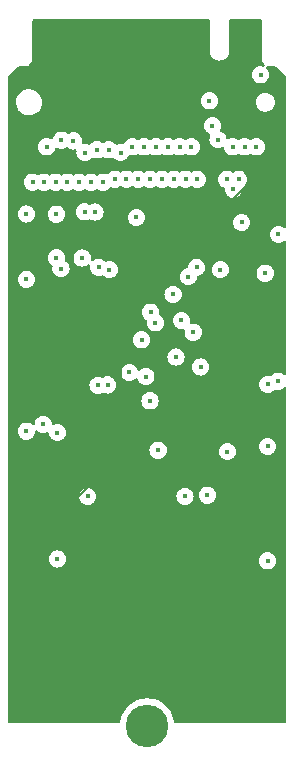
<source format=gbr>
%TF.GenerationSoftware,KiCad,Pcbnew,7.0.5*%
%TF.CreationDate,2023-08-28T16:34:51-05:00*%
%TF.ProjectId,Chimera_0003_Hydra,4368696d-6572-4615-9f30-3030335f4879,rev?*%
%TF.SameCoordinates,Original*%
%TF.FileFunction,Copper,L3,Inr*%
%TF.FilePolarity,Positive*%
%FSLAX46Y46*%
G04 Gerber Fmt 4.6, Leading zero omitted, Abs format (unit mm)*
G04 Created by KiCad (PCBNEW 7.0.5) date 2023-08-28 16:34:51*
%MOMM*%
%LPD*%
G01*
G04 APERTURE LIST*
%TA.AperFunction,ComponentPad*%
%ADD10C,3.600000*%
%TD*%
%TA.AperFunction,ViaPad*%
%ADD11C,0.450000*%
%TD*%
%TA.AperFunction,Conductor*%
%ADD12C,0.127000*%
%TD*%
G04 APERTURE END LIST*
D10*
%TO.N,N/C*%
%TO.C,H2*%
X112500000Y-149900000D03*
%TD*%
D11*
%TO.N,Net-(CN1-1-Pad11)*%
X119250000Y-103650000D03*
X114700000Y-113400000D03*
%TO.N,Net-(CN1-20-Pad21)*%
X116750000Y-103650000D03*
%TO.N,Net-(CN1-20-Pad23)*%
X116400000Y-116600000D03*
X116250000Y-100900000D03*
X123588400Y-120749500D03*
%TO.N,Net-(CN1-20-Pad25)*%
X102270100Y-124978900D03*
X115750000Y-103650000D03*
%TO.N,Net-(CN1-20-Pad27)*%
X104906000Y-125100000D03*
X115400000Y-115600000D03*
X115250000Y-100900000D03*
%TO.N,Net-(CN1-1-Pad66)*%
X105750000Y-103900000D03*
%TO.N,Net-(CN1-20-Pad33)*%
X113750000Y-103650000D03*
%TO.N,Net-(CN1-20-Pad35)*%
X117600000Y-130400000D03*
X113250000Y-100900000D03*
X113430900Y-126585300D03*
%TO.N,Net-(CN1-20-Pad37)*%
X119298800Y-126707700D03*
X112750000Y-103650000D03*
X112745900Y-122410100D03*
%TO.N,Net-(CN1-1-Pad5)*%
X108347000Y-121100000D03*
X120750000Y-100900000D03*
%TO.N,Net-(CN1-20-Pad39)*%
X122710000Y-126274200D03*
X112250000Y-100900000D03*
X112388500Y-120368500D03*
%TO.N,Net-(CN1-1-Pad69)*%
X104750000Y-103900000D03*
%TO.N,Net-(CN1-1-Pad71)*%
X104000000Y-100900000D03*
%TO.N,Net-(CN1-1-Pad73)*%
X122710000Y-135958400D03*
X103750000Y-103900000D03*
%TO.N,Net-(CN1-20-Pad41)*%
X111750000Y-103650000D03*
X102280000Y-112115300D03*
%TO.N,+3V3*%
X121750000Y-100900000D03*
X118700000Y-111300000D03*
X103700000Y-124400000D03*
%TO.N,Net-(CN1-20-Pad43)*%
X111250000Y-100900000D03*
X104820000Y-110300000D03*
%TO.N,Net-(CN1-20-Pad45)*%
X110750000Y-103650000D03*
X108080200Y-106420600D03*
%TO.N,Net-(CN1-20-Pad47)*%
X110250000Y-101400000D03*
%TO.N,Net-(CN1-20-Pad49)*%
X109750000Y-103650000D03*
%TO.N,Net-(CN1-20-Pad51)*%
X109250000Y-101150000D03*
X107200000Y-106400000D03*
%TO.N,Net-(CN1-20-Pad53)*%
X108750000Y-103900000D03*
X104820000Y-106605500D03*
%TO.N,Net-(CN1-20-Pad55)*%
X102280000Y-106598700D03*
X108250000Y-101150000D03*
%TO.N,Net-(CN1-20-Pad57)*%
X107750000Y-103900000D03*
X111000000Y-120000000D03*
X122710000Y-121009100D03*
%TO.N,Net-(CN1-20-Pad59)*%
X116684900Y-111100000D03*
X109300000Y-111300000D03*
X107250000Y-101400000D03*
%TO.N,Net-(CN1-20-Pad61)*%
X108400000Y-111100000D03*
X115990000Y-111900000D03*
X106750000Y-103900000D03*
%TO.N,Net-(CN1-1-Pad67)*%
X105250000Y-100339000D03*
%TO.N,Net-(CN1-1-Pad7)*%
X120250000Y-103650000D03*
X112031100Y-117247000D03*
%TO.N,Net-(CN1-20-Pad63)*%
X113200000Y-115800000D03*
X106250000Y-100400000D03*
X107002300Y-110313700D03*
%TO.N,Net-(CN1-1-Pad9)*%
X119802500Y-104500000D03*
X112800000Y-114900000D03*
X119750000Y-100900000D03*
%TO.N,GND*%
X104900000Y-135800000D03*
X122500000Y-111600000D03*
X102800000Y-103900000D03*
X122100000Y-94800000D03*
X123622000Y-108325000D03*
%TO.N,+5V*%
X118022000Y-105825000D03*
X111700000Y-113900000D03*
X106100000Y-131800000D03*
X121250000Y-103650000D03*
X110100000Y-110400000D03*
%TO.N,Net-(CN1-20-Pad29)*%
X114750000Y-103650000D03*
X105199500Y-111206400D03*
%TO.N,Net-(CN1-20-Pad31)*%
X109160550Y-121060550D03*
X114944800Y-118700000D03*
X114250000Y-100900000D03*
%TO.N,4*%
X107460000Y-130500000D03*
X120500000Y-107300000D03*
%TO.N,6*%
X111582100Y-106869100D03*
X118500000Y-100300100D03*
%TO.N,8*%
X117026400Y-119546100D03*
X115700000Y-130500000D03*
%TO.N,20*%
X117780300Y-97004200D03*
X118026200Y-99117800D03*
%TD*%
D12*
%TO.N,+5V*%
X121250000Y-103850000D02*
X119275000Y-105825000D01*
X121250000Y-103650000D02*
X121250000Y-103850000D01*
X119275000Y-105825000D02*
X118022000Y-105825000D01*
X111700000Y-113900000D02*
X110300000Y-115300000D01*
X110300000Y-126865065D02*
X106100000Y-131065065D01*
X106100000Y-131065065D02*
X106100000Y-131800000D01*
X110300000Y-115300000D02*
X110300000Y-126865065D01*
%TD*%
%TA.AperFunction,Conductor*%
%TO.N,+5V*%
G36*
X117767539Y-90120185D02*
G01*
X117813294Y-90172989D01*
X117824500Y-90224500D01*
X117824500Y-92760118D01*
X117824500Y-92800000D01*
X117824500Y-92884136D01*
X117859486Y-93048731D01*
X117927928Y-93202455D01*
X118026836Y-93338589D01*
X118026837Y-93338590D01*
X118026838Y-93338591D01*
X118026840Y-93338594D01*
X118102907Y-93407084D01*
X118151886Y-93451185D01*
X118297614Y-93535321D01*
X118297616Y-93535321D01*
X118297619Y-93535323D01*
X118353464Y-93553467D01*
X118457650Y-93587320D01*
X118625000Y-93604909D01*
X118792350Y-93587320D01*
X118952386Y-93535321D01*
X119098114Y-93451185D01*
X119199254Y-93360118D01*
X119223159Y-93338594D01*
X119223159Y-93338592D01*
X119223164Y-93338589D01*
X119322072Y-93202455D01*
X119390514Y-93048731D01*
X119425500Y-92884136D01*
X119425500Y-92800000D01*
X119425500Y-92760118D01*
X119425500Y-92735456D01*
X119425499Y-92735450D01*
X119425500Y-90224500D01*
X119445185Y-90157460D01*
X119497989Y-90111706D01*
X119549500Y-90100500D01*
X122100500Y-90100500D01*
X122167539Y-90120185D01*
X122213294Y-90172989D01*
X122224500Y-90224500D01*
X122224500Y-93360118D01*
X122224500Y-93400000D01*
X122224500Y-93468993D01*
X122224500Y-93468995D01*
X122224499Y-93468995D01*
X122251418Y-93604322D01*
X122251421Y-93604332D01*
X122304221Y-93731804D01*
X122304228Y-93731817D01*
X122380885Y-93846541D01*
X122380888Y-93846545D01*
X122432226Y-93897883D01*
X122465711Y-93959206D01*
X122460727Y-94028898D01*
X122418855Y-94084831D01*
X122353391Y-94109248D01*
X122303592Y-94102606D01*
X122262456Y-94088212D01*
X122262457Y-94088212D01*
X122100004Y-94069909D01*
X122099996Y-94069909D01*
X121937544Y-94088212D01*
X121783225Y-94142210D01*
X121644795Y-94229192D01*
X121529192Y-94344795D01*
X121442210Y-94483225D01*
X121388212Y-94637544D01*
X121369909Y-94799996D01*
X121369909Y-94800003D01*
X121388212Y-94962455D01*
X121388213Y-94962460D01*
X121388214Y-94962461D01*
X121395379Y-94982939D01*
X121442210Y-95116774D01*
X121442211Y-95116775D01*
X121529192Y-95255204D01*
X121644796Y-95370808D01*
X121783225Y-95457789D01*
X121937539Y-95511786D01*
X121937542Y-95511786D01*
X121937544Y-95511787D01*
X122099996Y-95530091D01*
X122100000Y-95530091D01*
X122100004Y-95530091D01*
X122262455Y-95511787D01*
X122262456Y-95511786D01*
X122262461Y-95511786D01*
X122416775Y-95457789D01*
X122555204Y-95370808D01*
X122670808Y-95255204D01*
X122757789Y-95116775D01*
X122811786Y-94962461D01*
X122811787Y-94962455D01*
X122830091Y-94800003D01*
X122830091Y-94799996D01*
X122811787Y-94637544D01*
X122811786Y-94637542D01*
X122811786Y-94637539D01*
X122757789Y-94483225D01*
X122670808Y-94344796D01*
X122608912Y-94282900D01*
X122575427Y-94221577D01*
X122580411Y-94151885D01*
X122622283Y-94095952D01*
X122687747Y-94071535D01*
X122720781Y-94073601D01*
X122777234Y-94084831D01*
X122856004Y-94100500D01*
X122856007Y-94100500D01*
X122902410Y-94100500D01*
X123365589Y-94100500D01*
X123432628Y-94120185D01*
X123453270Y-94136819D01*
X124263181Y-94946730D01*
X124296666Y-95008053D01*
X124299500Y-95034411D01*
X124299500Y-107677126D01*
X124279815Y-107744165D01*
X124227011Y-107789920D01*
X124157853Y-107799864D01*
X124094297Y-107770839D01*
X124087819Y-107764807D01*
X124077204Y-107754192D01*
X123938774Y-107667210D01*
X123784455Y-107613212D01*
X123622004Y-107594909D01*
X123621996Y-107594909D01*
X123459544Y-107613212D01*
X123305225Y-107667210D01*
X123166795Y-107754192D01*
X123051192Y-107869795D01*
X122964210Y-108008225D01*
X122910212Y-108162544D01*
X122891909Y-108324996D01*
X122891909Y-108325003D01*
X122910212Y-108487455D01*
X122964210Y-108641774D01*
X122964211Y-108641775D01*
X123051192Y-108780204D01*
X123166796Y-108895808D01*
X123305225Y-108982789D01*
X123459539Y-109036786D01*
X123459542Y-109036786D01*
X123459544Y-109036787D01*
X123621996Y-109055091D01*
X123622000Y-109055091D01*
X123622004Y-109055091D01*
X123784455Y-109036787D01*
X123784456Y-109036786D01*
X123784461Y-109036786D01*
X123938775Y-108982789D01*
X124077204Y-108895808D01*
X124087818Y-108885192D01*
X124149142Y-108851708D01*
X124218834Y-108856692D01*
X124274767Y-108898564D01*
X124299184Y-108964028D01*
X124299500Y-108972874D01*
X124299500Y-120135226D01*
X124279815Y-120202265D01*
X124227011Y-120248020D01*
X124157853Y-120257964D01*
X124094297Y-120228939D01*
X124087819Y-120222907D01*
X124043604Y-120178692D01*
X123905174Y-120091710D01*
X123750855Y-120037712D01*
X123588404Y-120019409D01*
X123588396Y-120019409D01*
X123425944Y-120037712D01*
X123271625Y-120091710D01*
X123133197Y-120178691D01*
X123032830Y-120279058D01*
X122971507Y-120312542D01*
X122904195Y-120308418D01*
X122872458Y-120297313D01*
X122710004Y-120279009D01*
X122709996Y-120279009D01*
X122547544Y-120297312D01*
X122393225Y-120351310D01*
X122254795Y-120438292D01*
X122139192Y-120553895D01*
X122052210Y-120692325D01*
X121998212Y-120846644D01*
X121979909Y-121009096D01*
X121979909Y-121009103D01*
X121998212Y-121171555D01*
X122052210Y-121325874D01*
X122137296Y-121461286D01*
X122139192Y-121464304D01*
X122254796Y-121579908D01*
X122393225Y-121666889D01*
X122547539Y-121720886D01*
X122547542Y-121720886D01*
X122547544Y-121720887D01*
X122709996Y-121739191D01*
X122710000Y-121739191D01*
X122710004Y-121739191D01*
X122872455Y-121720887D01*
X122872456Y-121720886D01*
X122872461Y-121720886D01*
X123026775Y-121666889D01*
X123165204Y-121579908D01*
X123265570Y-121479542D01*
X123326893Y-121446057D01*
X123394206Y-121450182D01*
X123425942Y-121461287D01*
X123588396Y-121479591D01*
X123588400Y-121479591D01*
X123588404Y-121479591D01*
X123750855Y-121461287D01*
X123750856Y-121461286D01*
X123750861Y-121461286D01*
X123905175Y-121407289D01*
X124043604Y-121320308D01*
X124087818Y-121276093D01*
X124149142Y-121242608D01*
X124218834Y-121247592D01*
X124274767Y-121289464D01*
X124299184Y-121354928D01*
X124299500Y-121363774D01*
X124299500Y-149575500D01*
X124279815Y-149642539D01*
X124227011Y-149688294D01*
X124175500Y-149699500D01*
X114907452Y-149699500D01*
X114840413Y-149679815D01*
X114794658Y-149627011D01*
X114785835Y-149599692D01*
X114771121Y-149525723D01*
X114726880Y-149303309D01*
X114629945Y-149017748D01*
X114496566Y-148747282D01*
X114329025Y-148496539D01*
X114130189Y-148269810D01*
X113903459Y-148070973D01*
X113652720Y-147903435D01*
X113652713Y-147903431D01*
X113382268Y-147770062D01*
X113382247Y-147770053D01*
X113096698Y-147673122D01*
X113096692Y-147673120D01*
X113096691Y-147673120D01*
X113096689Y-147673119D01*
X113096683Y-147673118D01*
X112800930Y-147614288D01*
X112800921Y-147614287D01*
X112800920Y-147614287D01*
X112500000Y-147594564D01*
X112499999Y-147594564D01*
X112349540Y-147604425D01*
X112199080Y-147614287D01*
X112199079Y-147614287D01*
X112199069Y-147614288D01*
X111903316Y-147673118D01*
X111903301Y-147673122D01*
X111617752Y-147770053D01*
X111617731Y-147770062D01*
X111347286Y-147903431D01*
X111347279Y-147903435D01*
X111096540Y-148070973D01*
X110869810Y-148269810D01*
X110670973Y-148496540D01*
X110503435Y-148747279D01*
X110503431Y-148747286D01*
X110370062Y-149017731D01*
X110370053Y-149017752D01*
X110273122Y-149303301D01*
X110273119Y-149303313D01*
X110214165Y-149599692D01*
X110181780Y-149661603D01*
X110121064Y-149696177D01*
X110092548Y-149699500D01*
X100824500Y-149699500D01*
X100757461Y-149679815D01*
X100711706Y-149627011D01*
X100700500Y-149575500D01*
X100700500Y-135800003D01*
X104169909Y-135800003D01*
X104188212Y-135962455D01*
X104242210Y-136116774D01*
X104244778Y-136120861D01*
X104329192Y-136255204D01*
X104444796Y-136370808D01*
X104583225Y-136457789D01*
X104737539Y-136511786D01*
X104737542Y-136511786D01*
X104737544Y-136511787D01*
X104899996Y-136530091D01*
X104900000Y-136530091D01*
X104900004Y-136530091D01*
X105062455Y-136511787D01*
X105062456Y-136511786D01*
X105062461Y-136511786D01*
X105216775Y-136457789D01*
X105355204Y-136370808D01*
X105470808Y-136255204D01*
X105557789Y-136116775D01*
X105611786Y-135962461D01*
X105611787Y-135962455D01*
X105612244Y-135958403D01*
X121979909Y-135958403D01*
X121998212Y-136120855D01*
X122052210Y-136275174D01*
X122052211Y-136275175D01*
X122139192Y-136413604D01*
X122254796Y-136529208D01*
X122393225Y-136616189D01*
X122547539Y-136670186D01*
X122547542Y-136670186D01*
X122547544Y-136670187D01*
X122709996Y-136688491D01*
X122710000Y-136688491D01*
X122710004Y-136688491D01*
X122872455Y-136670187D01*
X122872456Y-136670186D01*
X122872461Y-136670186D01*
X123026775Y-136616189D01*
X123165204Y-136529208D01*
X123280808Y-136413604D01*
X123367789Y-136275175D01*
X123421786Y-136120861D01*
X123421787Y-136120855D01*
X123440091Y-135958403D01*
X123440091Y-135958396D01*
X123421787Y-135795944D01*
X123421786Y-135795942D01*
X123421786Y-135795939D01*
X123367789Y-135641625D01*
X123280808Y-135503196D01*
X123165204Y-135387592D01*
X123097093Y-135344795D01*
X123026774Y-135300610D01*
X122872455Y-135246612D01*
X122710004Y-135228309D01*
X122709996Y-135228309D01*
X122547544Y-135246612D01*
X122393225Y-135300610D01*
X122254795Y-135387592D01*
X122139192Y-135503195D01*
X122052210Y-135641625D01*
X121998212Y-135795944D01*
X121979909Y-135958396D01*
X121979909Y-135958403D01*
X105612244Y-135958403D01*
X105630091Y-135800003D01*
X105630091Y-135799996D01*
X105611787Y-135637544D01*
X105611786Y-135637542D01*
X105611786Y-135637539D01*
X105557789Y-135483225D01*
X105470808Y-135344796D01*
X105355204Y-135229192D01*
X105353799Y-135228309D01*
X105216774Y-135142210D01*
X105062455Y-135088212D01*
X104900004Y-135069909D01*
X104899996Y-135069909D01*
X104737544Y-135088212D01*
X104583225Y-135142210D01*
X104444795Y-135229192D01*
X104329192Y-135344795D01*
X104242210Y-135483225D01*
X104188212Y-135637544D01*
X104169909Y-135799996D01*
X104169909Y-135800003D01*
X100700500Y-135800003D01*
X100700500Y-130500003D01*
X106729909Y-130500003D01*
X106748212Y-130662455D01*
X106802210Y-130816774D01*
X106889192Y-130955203D01*
X106889192Y-130955204D01*
X107004796Y-131070808D01*
X107143225Y-131157789D01*
X107297539Y-131211786D01*
X107297542Y-131211786D01*
X107297544Y-131211787D01*
X107459996Y-131230091D01*
X107460000Y-131230091D01*
X107460004Y-131230091D01*
X107622455Y-131211787D01*
X107622456Y-131211786D01*
X107622461Y-131211786D01*
X107776775Y-131157789D01*
X107915204Y-131070808D01*
X108030808Y-130955204D01*
X108117789Y-130816775D01*
X108171786Y-130662461D01*
X108171787Y-130662455D01*
X108190091Y-130500003D01*
X114969909Y-130500003D01*
X114988212Y-130662455D01*
X115042210Y-130816774D01*
X115129192Y-130955204D01*
X115244796Y-131070808D01*
X115383225Y-131157789D01*
X115537539Y-131211786D01*
X115537542Y-131211786D01*
X115537544Y-131211787D01*
X115699996Y-131230091D01*
X115700000Y-131230091D01*
X115700004Y-131230091D01*
X115862455Y-131211787D01*
X115862456Y-131211786D01*
X115862461Y-131211786D01*
X116016775Y-131157789D01*
X116155204Y-131070808D01*
X116270808Y-130955204D01*
X116357789Y-130816775D01*
X116411786Y-130662461D01*
X116411787Y-130662455D01*
X116430091Y-130500003D01*
X116430091Y-130499996D01*
X116418824Y-130400003D01*
X116869909Y-130400003D01*
X116888212Y-130562455D01*
X116942210Y-130716774D01*
X116942211Y-130716775D01*
X117029192Y-130855204D01*
X117144796Y-130970808D01*
X117283225Y-131057789D01*
X117437539Y-131111786D01*
X117437542Y-131111786D01*
X117437544Y-131111787D01*
X117599996Y-131130091D01*
X117600000Y-131130091D01*
X117600004Y-131130091D01*
X117762455Y-131111787D01*
X117762456Y-131111786D01*
X117762461Y-131111786D01*
X117916775Y-131057789D01*
X118055204Y-130970808D01*
X118170808Y-130855204D01*
X118257789Y-130716775D01*
X118311786Y-130562461D01*
X118311787Y-130562455D01*
X118330091Y-130400003D01*
X118330091Y-130399996D01*
X118311787Y-130237544D01*
X118311786Y-130237542D01*
X118311786Y-130237539D01*
X118257789Y-130083225D01*
X118170808Y-129944796D01*
X118055204Y-129829192D01*
X117960856Y-129769909D01*
X117916774Y-129742210D01*
X117762455Y-129688212D01*
X117600004Y-129669909D01*
X117599996Y-129669909D01*
X117437544Y-129688212D01*
X117283225Y-129742210D01*
X117144795Y-129829192D01*
X117029192Y-129944795D01*
X116942210Y-130083225D01*
X116888212Y-130237544D01*
X116869909Y-130399996D01*
X116869909Y-130400003D01*
X116418824Y-130400003D01*
X116411787Y-130337544D01*
X116411786Y-130337542D01*
X116411786Y-130337539D01*
X116357789Y-130183225D01*
X116270808Y-130044796D01*
X116155204Y-129929192D01*
X116155204Y-129929191D01*
X116016774Y-129842210D01*
X115862455Y-129788212D01*
X115700004Y-129769909D01*
X115699996Y-129769909D01*
X115537544Y-129788212D01*
X115383225Y-129842210D01*
X115244795Y-129929192D01*
X115129192Y-130044795D01*
X115042210Y-130183225D01*
X114988212Y-130337544D01*
X114969909Y-130499996D01*
X114969909Y-130500003D01*
X108190091Y-130500003D01*
X108190091Y-130499996D01*
X108171787Y-130337544D01*
X108171786Y-130337542D01*
X108171786Y-130337539D01*
X108117789Y-130183225D01*
X108030808Y-130044796D01*
X107915204Y-129929192D01*
X107915204Y-129929191D01*
X107776774Y-129842210D01*
X107622455Y-129788212D01*
X107460004Y-129769909D01*
X107459996Y-129769909D01*
X107297544Y-129788212D01*
X107143225Y-129842210D01*
X107004795Y-129929192D01*
X106889192Y-130044795D01*
X106802210Y-130183225D01*
X106748212Y-130337544D01*
X106729909Y-130499996D01*
X106729909Y-130500003D01*
X100700500Y-130500003D01*
X100700500Y-126585303D01*
X112700809Y-126585303D01*
X112719112Y-126747755D01*
X112773110Y-126902074D01*
X112837338Y-127004291D01*
X112860092Y-127040504D01*
X112975696Y-127156108D01*
X113114125Y-127243089D01*
X113268439Y-127297086D01*
X113268442Y-127297086D01*
X113268444Y-127297087D01*
X113430896Y-127315391D01*
X113430900Y-127315391D01*
X113430904Y-127315391D01*
X113593355Y-127297087D01*
X113593356Y-127297086D01*
X113593361Y-127297086D01*
X113747675Y-127243089D01*
X113886104Y-127156108D01*
X114001708Y-127040504D01*
X114088689Y-126902075D01*
X114142686Y-126747761D01*
X114142687Y-126747755D01*
X114147200Y-126707703D01*
X118568709Y-126707703D01*
X118587012Y-126870155D01*
X118641010Y-127024474D01*
X118723721Y-127156107D01*
X118727992Y-127162904D01*
X118843596Y-127278508D01*
X118982025Y-127365489D01*
X119136339Y-127419486D01*
X119136342Y-127419486D01*
X119136344Y-127419487D01*
X119298796Y-127437791D01*
X119298800Y-127437791D01*
X119298804Y-127437791D01*
X119461255Y-127419487D01*
X119461256Y-127419486D01*
X119461261Y-127419486D01*
X119615575Y-127365489D01*
X119754004Y-127278508D01*
X119869608Y-127162904D01*
X119956589Y-127024475D01*
X120010586Y-126870161D01*
X120013420Y-126845008D01*
X120028891Y-126707703D01*
X120028891Y-126707696D01*
X120010587Y-126545244D01*
X120010586Y-126545242D01*
X120010586Y-126545239D01*
X119956589Y-126390925D01*
X119883247Y-126274203D01*
X121979909Y-126274203D01*
X121998212Y-126436655D01*
X122052210Y-126590974D01*
X122052211Y-126590975D01*
X122139192Y-126729404D01*
X122254796Y-126845008D01*
X122393225Y-126931989D01*
X122547539Y-126985986D01*
X122547542Y-126985986D01*
X122547544Y-126985987D01*
X122709996Y-127004291D01*
X122710000Y-127004291D01*
X122710004Y-127004291D01*
X122872455Y-126985987D01*
X122872456Y-126985986D01*
X122872461Y-126985986D01*
X123026775Y-126931989D01*
X123165204Y-126845008D01*
X123280808Y-126729404D01*
X123367789Y-126590975D01*
X123421786Y-126436661D01*
X123423343Y-126422844D01*
X123440091Y-126274203D01*
X123440091Y-126274196D01*
X123421787Y-126111744D01*
X123421786Y-126111742D01*
X123421786Y-126111739D01*
X123367789Y-125957425D01*
X123280808Y-125818996D01*
X123165204Y-125703392D01*
X123113347Y-125670808D01*
X123026774Y-125616410D01*
X122872455Y-125562412D01*
X122710004Y-125544109D01*
X122709996Y-125544109D01*
X122547544Y-125562412D01*
X122393225Y-125616410D01*
X122254795Y-125703392D01*
X122139192Y-125818995D01*
X122052210Y-125957425D01*
X121998212Y-126111744D01*
X121979909Y-126274196D01*
X121979909Y-126274203D01*
X119883247Y-126274203D01*
X119869608Y-126252496D01*
X119754004Y-126136892D01*
X119713981Y-126111744D01*
X119615574Y-126049910D01*
X119461255Y-125995912D01*
X119298804Y-125977609D01*
X119298796Y-125977609D01*
X119136344Y-125995912D01*
X118982025Y-126049910D01*
X118843595Y-126136892D01*
X118727992Y-126252495D01*
X118641010Y-126390925D01*
X118587012Y-126545244D01*
X118568709Y-126707696D01*
X118568709Y-126707703D01*
X114147200Y-126707703D01*
X114160991Y-126585303D01*
X114160991Y-126585296D01*
X114142687Y-126422844D01*
X114142686Y-126422842D01*
X114142686Y-126422839D01*
X114088689Y-126268525D01*
X114001708Y-126130096D01*
X113886104Y-126014492D01*
X113886103Y-126014491D01*
X113747674Y-125927510D01*
X113593355Y-125873512D01*
X113430904Y-125855209D01*
X113430896Y-125855209D01*
X113268444Y-125873512D01*
X113114125Y-125927510D01*
X112975695Y-126014492D01*
X112860092Y-126130095D01*
X112773110Y-126268525D01*
X112719112Y-126422844D01*
X112700809Y-126585296D01*
X112700809Y-126585303D01*
X100700500Y-126585303D01*
X100700500Y-124978903D01*
X101540009Y-124978903D01*
X101558312Y-125141355D01*
X101612310Y-125295674D01*
X101612311Y-125295675D01*
X101699292Y-125434104D01*
X101814896Y-125549708D01*
X101953325Y-125636689D01*
X102107639Y-125690686D01*
X102107642Y-125690686D01*
X102107644Y-125690687D01*
X102270096Y-125708991D01*
X102270100Y-125708991D01*
X102270104Y-125708991D01*
X102432555Y-125690687D01*
X102432556Y-125690686D01*
X102432561Y-125690686D01*
X102586875Y-125636689D01*
X102725304Y-125549708D01*
X102840908Y-125434104D01*
X102927889Y-125295675D01*
X102981886Y-125141361D01*
X102996950Y-125007659D01*
X103024016Y-124943247D01*
X103081610Y-124903692D01*
X103151447Y-124901553D01*
X103207851Y-124933863D01*
X103244796Y-124970808D01*
X103383225Y-125057789D01*
X103537539Y-125111786D01*
X103537542Y-125111786D01*
X103537544Y-125111787D01*
X103699996Y-125130091D01*
X103700000Y-125130091D01*
X103700004Y-125130091D01*
X103862454Y-125111787D01*
X103862454Y-125111786D01*
X103862461Y-125111786D01*
X104016775Y-125057789D01*
X104016775Y-125057788D01*
X104018532Y-125057174D01*
X104088310Y-125053613D01*
X104148938Y-125088342D01*
X104181165Y-125150335D01*
X104182706Y-125160332D01*
X104194212Y-125262455D01*
X104248210Y-125416774D01*
X104331738Y-125549707D01*
X104335192Y-125555204D01*
X104450796Y-125670808D01*
X104589225Y-125757789D01*
X104743539Y-125811786D01*
X104743542Y-125811786D01*
X104743544Y-125811787D01*
X104905996Y-125830091D01*
X104906000Y-125830091D01*
X104906004Y-125830091D01*
X105068455Y-125811787D01*
X105068456Y-125811786D01*
X105068461Y-125811786D01*
X105222775Y-125757789D01*
X105361204Y-125670808D01*
X105476808Y-125555204D01*
X105563789Y-125416775D01*
X105617786Y-125262461D01*
X105617787Y-125262455D01*
X105636091Y-125100003D01*
X105636091Y-125099996D01*
X105617787Y-124937544D01*
X105617786Y-124937542D01*
X105617786Y-124937539D01*
X105563789Y-124783225D01*
X105476808Y-124644796D01*
X105361204Y-124529192D01*
X105352456Y-124523695D01*
X105222774Y-124442210D01*
X105068455Y-124388212D01*
X104906004Y-124369909D01*
X104905996Y-124369909D01*
X104743544Y-124388212D01*
X104587467Y-124442825D01*
X104517688Y-124446386D01*
X104457061Y-124411657D01*
X104424834Y-124349663D01*
X104423293Y-124339666D01*
X104411787Y-124237544D01*
X104411786Y-124237542D01*
X104411786Y-124237539D01*
X104357789Y-124083225D01*
X104270808Y-123944796D01*
X104155204Y-123829192D01*
X104016774Y-123742210D01*
X103862455Y-123688212D01*
X103700004Y-123669909D01*
X103699996Y-123669909D01*
X103537544Y-123688212D01*
X103383225Y-123742210D01*
X103244795Y-123829192D01*
X103129192Y-123944795D01*
X103042210Y-124083225D01*
X102988212Y-124237544D01*
X102973149Y-124371239D01*
X102946083Y-124435653D01*
X102888488Y-124475208D01*
X102818651Y-124477345D01*
X102762248Y-124445036D01*
X102725304Y-124408092D01*
X102586874Y-124321110D01*
X102432555Y-124267112D01*
X102270104Y-124248809D01*
X102270096Y-124248809D01*
X102107644Y-124267112D01*
X101953325Y-124321110D01*
X101814895Y-124408092D01*
X101699292Y-124523695D01*
X101612310Y-124662125D01*
X101558312Y-124816444D01*
X101540009Y-124978896D01*
X101540009Y-124978903D01*
X100700500Y-124978903D01*
X100700500Y-122410103D01*
X112015809Y-122410103D01*
X112034112Y-122572555D01*
X112088110Y-122726874D01*
X112088111Y-122726875D01*
X112175092Y-122865304D01*
X112290696Y-122980908D01*
X112429125Y-123067889D01*
X112583439Y-123121886D01*
X112583442Y-123121886D01*
X112583444Y-123121887D01*
X112745896Y-123140191D01*
X112745900Y-123140191D01*
X112745904Y-123140191D01*
X112908355Y-123121887D01*
X112908356Y-123121886D01*
X112908361Y-123121886D01*
X113062675Y-123067889D01*
X113201104Y-122980908D01*
X113316708Y-122865304D01*
X113403689Y-122726875D01*
X113457686Y-122572561D01*
X113475991Y-122410100D01*
X113457686Y-122247639D01*
X113403689Y-122093325D01*
X113316708Y-121954896D01*
X113201104Y-121839292D01*
X113123677Y-121790641D01*
X113062674Y-121752310D01*
X112908355Y-121698312D01*
X112745904Y-121680009D01*
X112745896Y-121680009D01*
X112583444Y-121698312D01*
X112429125Y-121752310D01*
X112290695Y-121839292D01*
X112175092Y-121954895D01*
X112088110Y-122093325D01*
X112034112Y-122247644D01*
X112015809Y-122410096D01*
X112015809Y-122410103D01*
X100700500Y-122410103D01*
X100700500Y-121100003D01*
X107616909Y-121100003D01*
X107635212Y-121262455D01*
X107689210Y-121416774D01*
X107728650Y-121479542D01*
X107776192Y-121555204D01*
X107891796Y-121670808D01*
X108030225Y-121757789D01*
X108184539Y-121811786D01*
X108184542Y-121811786D01*
X108184544Y-121811787D01*
X108346996Y-121830091D01*
X108347000Y-121830091D01*
X108347004Y-121830091D01*
X108509455Y-121811787D01*
X108509456Y-121811786D01*
X108509461Y-121811786D01*
X108663775Y-121757789D01*
X108719389Y-121722844D01*
X108786623Y-121703844D01*
X108839162Y-121716118D01*
X108843774Y-121718338D01*
X108843775Y-121718339D01*
X108998089Y-121772336D01*
X108998092Y-121772336D01*
X108998094Y-121772337D01*
X109160546Y-121790641D01*
X109160550Y-121790641D01*
X109160554Y-121790641D01*
X109323005Y-121772337D01*
X109323006Y-121772336D01*
X109323011Y-121772336D01*
X109477325Y-121718339D01*
X109615754Y-121631358D01*
X109731358Y-121515754D01*
X109818339Y-121377325D01*
X109872336Y-121223011D01*
X109886196Y-121100000D01*
X109890641Y-121060553D01*
X109890641Y-121060546D01*
X109872337Y-120898094D01*
X109872336Y-120898092D01*
X109872336Y-120898089D01*
X109818339Y-120743775D01*
X109731358Y-120605346D01*
X109615754Y-120489742D01*
X109563176Y-120456705D01*
X109477324Y-120402760D01*
X109323005Y-120348762D01*
X109160554Y-120330459D01*
X109160546Y-120330459D01*
X108998094Y-120348762D01*
X108843774Y-120402761D01*
X108788158Y-120437706D01*
X108720921Y-120456705D01*
X108668386Y-120444431D01*
X108663776Y-120442211D01*
X108509455Y-120388212D01*
X108347004Y-120369909D01*
X108346996Y-120369909D01*
X108184544Y-120388212D01*
X108030225Y-120442210D01*
X107891795Y-120529192D01*
X107776192Y-120644795D01*
X107689210Y-120783225D01*
X107635212Y-120937544D01*
X107616909Y-121099996D01*
X107616909Y-121100003D01*
X100700500Y-121100003D01*
X100700500Y-120000003D01*
X110269909Y-120000003D01*
X110288212Y-120162455D01*
X110288213Y-120162460D01*
X110288214Y-120162461D01*
X110295379Y-120182939D01*
X110342210Y-120316774D01*
X110374712Y-120368500D01*
X110429192Y-120455204D01*
X110544796Y-120570808D01*
X110683225Y-120657789D01*
X110837539Y-120711786D01*
X110837542Y-120711786D01*
X110837544Y-120711787D01*
X110999996Y-120730091D01*
X111000000Y-120730091D01*
X111000004Y-120730091D01*
X111162455Y-120711787D01*
X111162456Y-120711786D01*
X111162461Y-120711786D01*
X111316775Y-120657789D01*
X111455204Y-120570808D01*
X111490081Y-120535930D01*
X111551401Y-120502446D01*
X111621093Y-120507430D01*
X111677027Y-120549300D01*
X111694802Y-120582657D01*
X111730709Y-120685272D01*
X111730711Y-120685275D01*
X111817692Y-120823704D01*
X111933296Y-120939308D01*
X112071725Y-121026289D01*
X112226039Y-121080286D01*
X112226042Y-121080286D01*
X112226044Y-121080287D01*
X112388496Y-121098591D01*
X112388500Y-121098591D01*
X112388504Y-121098591D01*
X112550955Y-121080287D01*
X112550956Y-121080286D01*
X112550961Y-121080286D01*
X112705275Y-121026289D01*
X112843704Y-120939308D01*
X112959308Y-120823704D01*
X113046289Y-120685275D01*
X113100286Y-120530961D01*
X113100287Y-120530955D01*
X113118591Y-120368503D01*
X113118591Y-120368496D01*
X113100287Y-120206044D01*
X113100286Y-120206042D01*
X113100286Y-120206039D01*
X113046289Y-120051725D01*
X112959308Y-119913296D01*
X112843704Y-119797692D01*
X112824843Y-119785841D01*
X112705274Y-119710710D01*
X112550955Y-119656712D01*
X112388504Y-119638409D01*
X112388496Y-119638409D01*
X112226044Y-119656712D01*
X112071725Y-119710710D01*
X111933295Y-119797692D01*
X111898418Y-119832569D01*
X111837095Y-119866054D01*
X111767403Y-119861068D01*
X111711470Y-119819196D01*
X111693696Y-119785841D01*
X111657789Y-119683225D01*
X111571629Y-119546103D01*
X116296309Y-119546103D01*
X116314612Y-119708555D01*
X116368610Y-119862874D01*
X116454770Y-119999996D01*
X116455592Y-120001304D01*
X116571196Y-120116908D01*
X116709625Y-120203889D01*
X116863939Y-120257886D01*
X116863942Y-120257886D01*
X116863944Y-120257887D01*
X117026396Y-120276191D01*
X117026400Y-120276191D01*
X117026404Y-120276191D01*
X117188855Y-120257887D01*
X117188856Y-120257886D01*
X117188861Y-120257886D01*
X117343175Y-120203889D01*
X117481604Y-120116908D01*
X117597208Y-120001304D01*
X117684189Y-119862875D01*
X117738186Y-119708561D01*
X117744028Y-119656712D01*
X117756491Y-119546103D01*
X117756491Y-119546096D01*
X117738187Y-119383644D01*
X117738186Y-119383642D01*
X117738186Y-119383639D01*
X117684189Y-119229325D01*
X117597208Y-119090896D01*
X117481604Y-118975292D01*
X117481604Y-118975291D01*
X117343174Y-118888310D01*
X117188855Y-118834312D01*
X117026404Y-118816009D01*
X117026396Y-118816009D01*
X116863944Y-118834312D01*
X116709625Y-118888310D01*
X116571195Y-118975292D01*
X116455592Y-119090895D01*
X116368610Y-119229325D01*
X116314612Y-119383644D01*
X116296309Y-119546096D01*
X116296309Y-119546103D01*
X111571629Y-119546103D01*
X111571627Y-119546100D01*
X111570808Y-119544796D01*
X111455204Y-119429192D01*
X111382707Y-119383639D01*
X111316774Y-119342210D01*
X111162455Y-119288212D01*
X111000004Y-119269909D01*
X110999996Y-119269909D01*
X110837544Y-119288212D01*
X110683225Y-119342210D01*
X110544795Y-119429192D01*
X110429192Y-119544795D01*
X110342210Y-119683225D01*
X110288212Y-119837544D01*
X110269909Y-119999996D01*
X110269909Y-120000003D01*
X100700500Y-120000003D01*
X100700500Y-118700003D01*
X114214709Y-118700003D01*
X114233012Y-118862455D01*
X114287010Y-119016774D01*
X114287011Y-119016775D01*
X114373992Y-119155204D01*
X114489596Y-119270808D01*
X114628025Y-119357789D01*
X114782339Y-119411786D01*
X114782342Y-119411786D01*
X114782344Y-119411787D01*
X114944796Y-119430091D01*
X114944800Y-119430091D01*
X114944804Y-119430091D01*
X115107255Y-119411787D01*
X115107256Y-119411786D01*
X115107261Y-119411786D01*
X115261575Y-119357789D01*
X115400004Y-119270808D01*
X115515608Y-119155204D01*
X115602589Y-119016775D01*
X115656586Y-118862461D01*
X115656587Y-118862455D01*
X115674891Y-118700003D01*
X115674891Y-118699996D01*
X115656587Y-118537544D01*
X115656586Y-118537542D01*
X115656586Y-118537539D01*
X115602589Y-118383225D01*
X115515608Y-118244796D01*
X115400004Y-118129192D01*
X115261574Y-118042210D01*
X115107255Y-117988212D01*
X114944804Y-117969909D01*
X114944796Y-117969909D01*
X114782344Y-117988212D01*
X114628025Y-118042210D01*
X114489595Y-118129192D01*
X114373992Y-118244795D01*
X114287010Y-118383225D01*
X114233012Y-118537544D01*
X114214709Y-118699996D01*
X114214709Y-118700003D01*
X100700500Y-118700003D01*
X100700500Y-117247003D01*
X111301009Y-117247003D01*
X111319312Y-117409455D01*
X111373310Y-117563774D01*
X111373311Y-117563775D01*
X111460292Y-117702204D01*
X111575896Y-117817808D01*
X111714325Y-117904789D01*
X111868639Y-117958786D01*
X111868642Y-117958786D01*
X111868644Y-117958787D01*
X112031096Y-117977091D01*
X112031100Y-117977091D01*
X112031104Y-117977091D01*
X112193555Y-117958787D01*
X112193556Y-117958786D01*
X112193561Y-117958786D01*
X112347875Y-117904789D01*
X112486304Y-117817808D01*
X112601908Y-117702204D01*
X112688889Y-117563775D01*
X112742886Y-117409461D01*
X112751829Y-117330091D01*
X112761191Y-117247003D01*
X112761191Y-117246996D01*
X112742887Y-117084544D01*
X112742886Y-117084542D01*
X112742886Y-117084539D01*
X112688889Y-116930225D01*
X112601908Y-116791796D01*
X112486304Y-116676192D01*
X112347874Y-116589210D01*
X112193555Y-116535212D01*
X112031104Y-116516909D01*
X112031096Y-116516909D01*
X111868644Y-116535212D01*
X111714325Y-116589210D01*
X111575895Y-116676192D01*
X111460292Y-116791795D01*
X111373310Y-116930225D01*
X111319312Y-117084544D01*
X111301009Y-117246996D01*
X111301009Y-117247003D01*
X100700500Y-117247003D01*
X100700500Y-114900003D01*
X112069909Y-114900003D01*
X112088212Y-115062455D01*
X112142210Y-115216774D01*
X112142211Y-115216775D01*
X112229192Y-115355204D01*
X112344796Y-115470808D01*
X112430304Y-115524536D01*
X112476594Y-115576869D01*
X112487551Y-115643412D01*
X112469909Y-115799996D01*
X112469909Y-115800003D01*
X112488212Y-115962455D01*
X112542210Y-116116774D01*
X112576162Y-116170808D01*
X112629192Y-116255204D01*
X112744796Y-116370808D01*
X112883225Y-116457789D01*
X113037539Y-116511786D01*
X113037542Y-116511786D01*
X113037544Y-116511787D01*
X113199996Y-116530091D01*
X113200000Y-116530091D01*
X113200004Y-116530091D01*
X113362455Y-116511787D01*
X113362456Y-116511786D01*
X113362461Y-116511786D01*
X113516775Y-116457789D01*
X113655204Y-116370808D01*
X113770808Y-116255204D01*
X113857789Y-116116775D01*
X113911786Y-115962461D01*
X113920152Y-115888212D01*
X113930091Y-115800003D01*
X113930091Y-115799996D01*
X113911787Y-115637544D01*
X113911786Y-115637542D01*
X113911786Y-115637539D01*
X113898652Y-115600003D01*
X114669909Y-115600003D01*
X114688212Y-115762455D01*
X114742210Y-115916774D01*
X114829192Y-116055204D01*
X114944796Y-116170808D01*
X115083225Y-116257789D01*
X115237539Y-116311786D01*
X115237542Y-116311786D01*
X115237544Y-116311787D01*
X115399996Y-116330091D01*
X115400000Y-116330091D01*
X115400003Y-116330091D01*
X115549667Y-116313228D01*
X115618489Y-116325282D01*
X115669869Y-116372632D01*
X115687493Y-116440242D01*
X115686771Y-116450331D01*
X115669909Y-116599995D01*
X115669909Y-116600003D01*
X115688212Y-116762455D01*
X115742210Y-116916774D01*
X115742211Y-116916775D01*
X115829192Y-117055204D01*
X115944796Y-117170808D01*
X116083225Y-117257789D01*
X116237539Y-117311786D01*
X116237542Y-117311786D01*
X116237544Y-117311787D01*
X116399996Y-117330091D01*
X116400000Y-117330091D01*
X116400004Y-117330091D01*
X116562455Y-117311787D01*
X116562456Y-117311786D01*
X116562461Y-117311786D01*
X116716775Y-117257789D01*
X116855204Y-117170808D01*
X116970808Y-117055204D01*
X117057789Y-116916775D01*
X117111786Y-116762461D01*
X117111787Y-116762455D01*
X117130091Y-116600003D01*
X117130091Y-116599996D01*
X117111787Y-116437544D01*
X117111786Y-116437542D01*
X117111786Y-116437539D01*
X117057789Y-116283225D01*
X116970808Y-116144796D01*
X116855204Y-116029192D01*
X116748993Y-115962455D01*
X116716774Y-115942210D01*
X116562455Y-115888212D01*
X116400004Y-115869909D01*
X116399996Y-115869909D01*
X116250331Y-115886771D01*
X116181509Y-115874716D01*
X116130130Y-115827367D01*
X116112506Y-115759756D01*
X116113228Y-115749667D01*
X116130091Y-115600002D01*
X116130091Y-115599996D01*
X116111787Y-115437544D01*
X116111786Y-115437542D01*
X116111786Y-115437539D01*
X116057789Y-115283225D01*
X115970808Y-115144796D01*
X115855204Y-115029192D01*
X115716774Y-114942210D01*
X115562455Y-114888212D01*
X115400004Y-114869909D01*
X115399996Y-114869909D01*
X115237544Y-114888212D01*
X115083225Y-114942210D01*
X114944795Y-115029192D01*
X114829192Y-115144795D01*
X114742210Y-115283225D01*
X114688212Y-115437544D01*
X114669909Y-115599996D01*
X114669909Y-115600003D01*
X113898652Y-115600003D01*
X113857789Y-115483225D01*
X113770808Y-115344796D01*
X113655204Y-115229192D01*
X113635441Y-115216774D01*
X113569695Y-115175462D01*
X113523404Y-115123127D01*
X113512448Y-115056585D01*
X113530091Y-114900002D01*
X113530091Y-114899996D01*
X113511787Y-114737544D01*
X113511786Y-114737542D01*
X113511786Y-114737539D01*
X113457789Y-114583225D01*
X113370808Y-114444796D01*
X113255204Y-114329192D01*
X113116774Y-114242210D01*
X112962455Y-114188212D01*
X112800004Y-114169909D01*
X112799996Y-114169909D01*
X112637544Y-114188212D01*
X112483225Y-114242210D01*
X112344795Y-114329192D01*
X112229192Y-114444795D01*
X112142210Y-114583225D01*
X112088212Y-114737544D01*
X112069909Y-114899996D01*
X112069909Y-114900003D01*
X100700500Y-114900003D01*
X100700500Y-113400003D01*
X113969909Y-113400003D01*
X113988212Y-113562455D01*
X114042210Y-113716774D01*
X114042211Y-113716775D01*
X114129192Y-113855204D01*
X114244796Y-113970808D01*
X114383225Y-114057789D01*
X114537539Y-114111786D01*
X114537542Y-114111786D01*
X114537544Y-114111787D01*
X114699996Y-114130091D01*
X114700000Y-114130091D01*
X114700004Y-114130091D01*
X114862455Y-114111787D01*
X114862456Y-114111786D01*
X114862461Y-114111786D01*
X115016775Y-114057789D01*
X115155204Y-113970808D01*
X115270808Y-113855204D01*
X115357789Y-113716775D01*
X115411786Y-113562461D01*
X115430091Y-113400000D01*
X115411786Y-113237539D01*
X115357789Y-113083225D01*
X115270808Y-112944796D01*
X115155204Y-112829192D01*
X115065917Y-112773089D01*
X115016774Y-112742210D01*
X114862455Y-112688212D01*
X114700004Y-112669909D01*
X114699996Y-112669909D01*
X114537544Y-112688212D01*
X114383225Y-112742210D01*
X114244795Y-112829192D01*
X114129192Y-112944795D01*
X114042210Y-113083225D01*
X113988212Y-113237544D01*
X113969909Y-113399996D01*
X113969909Y-113400003D01*
X100700500Y-113400003D01*
X100700500Y-112115303D01*
X101549909Y-112115303D01*
X101568212Y-112277755D01*
X101622210Y-112432074D01*
X101701203Y-112557789D01*
X101709192Y-112570504D01*
X101824796Y-112686108D01*
X101963225Y-112773089D01*
X102117539Y-112827086D01*
X102117542Y-112827086D01*
X102117544Y-112827087D01*
X102279996Y-112845391D01*
X102280000Y-112845391D01*
X102280004Y-112845391D01*
X102442455Y-112827087D01*
X102442456Y-112827086D01*
X102442461Y-112827086D01*
X102596775Y-112773089D01*
X102735204Y-112686108D01*
X102850808Y-112570504D01*
X102937789Y-112432075D01*
X102991786Y-112277761D01*
X102991787Y-112277755D01*
X103010091Y-112115303D01*
X103010091Y-112115296D01*
X102991787Y-111952844D01*
X102991786Y-111952842D01*
X102991786Y-111952839D01*
X102937789Y-111798525D01*
X102850808Y-111660096D01*
X102735204Y-111544492D01*
X102604653Y-111462461D01*
X102596774Y-111457510D01*
X102442455Y-111403512D01*
X102280004Y-111385209D01*
X102279996Y-111385209D01*
X102117544Y-111403512D01*
X101963225Y-111457510D01*
X101824795Y-111544492D01*
X101709192Y-111660095D01*
X101622210Y-111798525D01*
X101568212Y-111952844D01*
X101549909Y-112115296D01*
X101549909Y-112115303D01*
X100700500Y-112115303D01*
X100700500Y-110300003D01*
X104089909Y-110300003D01*
X104108212Y-110462455D01*
X104162210Y-110616774D01*
X104246673Y-110751195D01*
X104249192Y-110755204D01*
X104364796Y-110870808D01*
X104432360Y-110913261D01*
X104478650Y-110965594D01*
X104489299Y-111034648D01*
X104487863Y-111042604D01*
X104469409Y-111206396D01*
X104469409Y-111206403D01*
X104487712Y-111368855D01*
X104541710Y-111523174D01*
X104589985Y-111600003D01*
X104628692Y-111661604D01*
X104744296Y-111777208D01*
X104882725Y-111864189D01*
X105037039Y-111918186D01*
X105037042Y-111918186D01*
X105037044Y-111918187D01*
X105199496Y-111936491D01*
X105199500Y-111936491D01*
X105199504Y-111936491D01*
X105361955Y-111918187D01*
X105361956Y-111918186D01*
X105361961Y-111918186D01*
X105516275Y-111864189D01*
X105654704Y-111777208D01*
X105770308Y-111661604D01*
X105857289Y-111523175D01*
X105911286Y-111368861D01*
X105915756Y-111329192D01*
X105929591Y-111206403D01*
X105929591Y-111206396D01*
X105911287Y-111043944D01*
X105911286Y-111043942D01*
X105911286Y-111043939D01*
X105857289Y-110889625D01*
X105770308Y-110751196D01*
X105654704Y-110635592D01*
X105587139Y-110593138D01*
X105540849Y-110540804D01*
X105530201Y-110471751D01*
X105531635Y-110463800D01*
X105548547Y-110313703D01*
X106272209Y-110313703D01*
X106290512Y-110476155D01*
X106344510Y-110630474D01*
X106406539Y-110729192D01*
X106431492Y-110768904D01*
X106547096Y-110884508D01*
X106685525Y-110971489D01*
X106839839Y-111025486D01*
X106839842Y-111025486D01*
X106839844Y-111025487D01*
X107002296Y-111043791D01*
X107002300Y-111043791D01*
X107002304Y-111043791D01*
X107164755Y-111025487D01*
X107164756Y-111025486D01*
X107164761Y-111025486D01*
X107319075Y-110971489D01*
X107457504Y-110884508D01*
X107473664Y-110868347D01*
X107534984Y-110834862D01*
X107604676Y-110839845D01*
X107660610Y-110881715D01*
X107685029Y-110947179D01*
X107684565Y-110969911D01*
X107669909Y-111099995D01*
X107669909Y-111100003D01*
X107688212Y-111262455D01*
X107742210Y-111416774D01*
X107809066Y-111523174D01*
X107829192Y-111555204D01*
X107944796Y-111670808D01*
X108083225Y-111757789D01*
X108237539Y-111811786D01*
X108237542Y-111811786D01*
X108237544Y-111811787D01*
X108399996Y-111830091D01*
X108400000Y-111830091D01*
X108400004Y-111830091D01*
X108562457Y-111811787D01*
X108562459Y-111811786D01*
X108562461Y-111811786D01*
X108654345Y-111779633D01*
X108724124Y-111776072D01*
X108782981Y-111808993D01*
X108844796Y-111870808D01*
X108983225Y-111957789D01*
X109137539Y-112011786D01*
X109137542Y-112011786D01*
X109137544Y-112011787D01*
X109299996Y-112030091D01*
X109300000Y-112030091D01*
X109300004Y-112030091D01*
X109462455Y-112011787D01*
X109462456Y-112011786D01*
X109462461Y-112011786D01*
X109616775Y-111957789D01*
X109708741Y-111900003D01*
X115259909Y-111900003D01*
X115278212Y-112062455D01*
X115332210Y-112216774D01*
X115391911Y-112311787D01*
X115419192Y-112355204D01*
X115534796Y-112470808D01*
X115673225Y-112557789D01*
X115827539Y-112611786D01*
X115827542Y-112611786D01*
X115827544Y-112611787D01*
X115989996Y-112630091D01*
X115990000Y-112630091D01*
X115990004Y-112630091D01*
X116152455Y-112611787D01*
X116152456Y-112611786D01*
X116152461Y-112611786D01*
X116306775Y-112557789D01*
X116445204Y-112470808D01*
X116560808Y-112355204D01*
X116647789Y-112216775D01*
X116701786Y-112062461D01*
X116705434Y-112030091D01*
X116717450Y-111923441D01*
X116744516Y-111859027D01*
X116802111Y-111819472D01*
X116826782Y-111814104D01*
X116847361Y-111811786D01*
X117001675Y-111757789D01*
X117140104Y-111670808D01*
X117255708Y-111555204D01*
X117342689Y-111416775D01*
X117383549Y-111300003D01*
X117969909Y-111300003D01*
X117988212Y-111462455D01*
X118042210Y-111616774D01*
X118076162Y-111670808D01*
X118129192Y-111755204D01*
X118244796Y-111870808D01*
X118383225Y-111957789D01*
X118537539Y-112011786D01*
X118537542Y-112011786D01*
X118537544Y-112011787D01*
X118699996Y-112030091D01*
X118700000Y-112030091D01*
X118700004Y-112030091D01*
X118862455Y-112011787D01*
X118862456Y-112011786D01*
X118862461Y-112011786D01*
X119016775Y-111957789D01*
X119155204Y-111870808D01*
X119270808Y-111755204D01*
X119357789Y-111616775D01*
X119363658Y-111600003D01*
X121769909Y-111600003D01*
X121788212Y-111762455D01*
X121842210Y-111916774D01*
X121901911Y-112011787D01*
X121929192Y-112055204D01*
X122044796Y-112170808D01*
X122183225Y-112257789D01*
X122337539Y-112311786D01*
X122337542Y-112311786D01*
X122337544Y-112311787D01*
X122499996Y-112330091D01*
X122500000Y-112330091D01*
X122500004Y-112330091D01*
X122662455Y-112311787D01*
X122662456Y-112311786D01*
X122662461Y-112311786D01*
X122816775Y-112257789D01*
X122955204Y-112170808D01*
X123070808Y-112055204D01*
X123157789Y-111916775D01*
X123211786Y-111762461D01*
X123211787Y-111762455D01*
X123230091Y-111600003D01*
X123230091Y-111599996D01*
X123211787Y-111437544D01*
X123211786Y-111437542D01*
X123211786Y-111437539D01*
X123157789Y-111283225D01*
X123070808Y-111144796D01*
X122955204Y-111029192D01*
X122863371Y-110971489D01*
X122816774Y-110942210D01*
X122662455Y-110888212D01*
X122500004Y-110869909D01*
X122499996Y-110869909D01*
X122337544Y-110888212D01*
X122183225Y-110942210D01*
X122044795Y-111029192D01*
X121929192Y-111144795D01*
X121842210Y-111283225D01*
X121788212Y-111437544D01*
X121769909Y-111599996D01*
X121769909Y-111600003D01*
X119363658Y-111600003D01*
X119411786Y-111462461D01*
X119412344Y-111457510D01*
X119430091Y-111300003D01*
X119430091Y-111299996D01*
X119411787Y-111137544D01*
X119411786Y-111137542D01*
X119411786Y-111137539D01*
X119357789Y-110983225D01*
X119270808Y-110844796D01*
X119155204Y-110729192D01*
X119016774Y-110642210D01*
X118862455Y-110588212D01*
X118700004Y-110569909D01*
X118699996Y-110569909D01*
X118537544Y-110588212D01*
X118383225Y-110642210D01*
X118244795Y-110729192D01*
X118129192Y-110844795D01*
X118042210Y-110983225D01*
X117988212Y-111137544D01*
X117969909Y-111299996D01*
X117969909Y-111300003D01*
X117383549Y-111300003D01*
X117396686Y-111262461D01*
X117398968Y-111242210D01*
X117414991Y-111100003D01*
X117414991Y-111099996D01*
X117396687Y-110937544D01*
X117396686Y-110937542D01*
X117396686Y-110937539D01*
X117342689Y-110783225D01*
X117255708Y-110644796D01*
X117140104Y-110529192D01*
X117055706Y-110476161D01*
X117001674Y-110442210D01*
X116847355Y-110388212D01*
X116684904Y-110369909D01*
X116684896Y-110369909D01*
X116522444Y-110388212D01*
X116368125Y-110442210D01*
X116229695Y-110529192D01*
X116114092Y-110644795D01*
X116027110Y-110783225D01*
X115973112Y-110937544D01*
X115957449Y-111076559D01*
X115930382Y-111140973D01*
X115872787Y-111180528D01*
X115848118Y-111185895D01*
X115827539Y-111188214D01*
X115673225Y-111242210D01*
X115534795Y-111329192D01*
X115419192Y-111444795D01*
X115332210Y-111583225D01*
X115278212Y-111737544D01*
X115259909Y-111899996D01*
X115259909Y-111900003D01*
X109708741Y-111900003D01*
X109755204Y-111870808D01*
X109870808Y-111755204D01*
X109957789Y-111616775D01*
X110011786Y-111462461D01*
X110012344Y-111457510D01*
X110030091Y-111300003D01*
X110030091Y-111299996D01*
X110011787Y-111137544D01*
X110011786Y-111137542D01*
X110011786Y-111137539D01*
X109957789Y-110983225D01*
X109870808Y-110844796D01*
X109755204Y-110729192D01*
X109616774Y-110642210D01*
X109462455Y-110588212D01*
X109300004Y-110569909D01*
X109299996Y-110569909D01*
X109137543Y-110588212D01*
X109045651Y-110620366D01*
X108975872Y-110623927D01*
X108917017Y-110591005D01*
X108855204Y-110529192D01*
X108716774Y-110442210D01*
X108562455Y-110388212D01*
X108400004Y-110369909D01*
X108399996Y-110369909D01*
X108237544Y-110388212D01*
X108083225Y-110442210D01*
X107944795Y-110529192D01*
X107944793Y-110529193D01*
X107928633Y-110545354D01*
X107867309Y-110578838D01*
X107797618Y-110573852D01*
X107741685Y-110531979D01*
X107717270Y-110466514D01*
X107717734Y-110443787D01*
X107732391Y-110313702D01*
X107732391Y-110313696D01*
X107714087Y-110151244D01*
X107714086Y-110151242D01*
X107714086Y-110151239D01*
X107660089Y-109996925D01*
X107573108Y-109858496D01*
X107457504Y-109742892D01*
X107435701Y-109729192D01*
X107319074Y-109655910D01*
X107164755Y-109601912D01*
X107002304Y-109583609D01*
X107002296Y-109583609D01*
X106839844Y-109601912D01*
X106685525Y-109655910D01*
X106547095Y-109742892D01*
X106431492Y-109858495D01*
X106344510Y-109996925D01*
X106290512Y-110151244D01*
X106272209Y-110313696D01*
X106272209Y-110313703D01*
X105548547Y-110313703D01*
X105550091Y-110300003D01*
X105550091Y-110299996D01*
X105531787Y-110137544D01*
X105531786Y-110137542D01*
X105531786Y-110137539D01*
X105477789Y-109983225D01*
X105390808Y-109844796D01*
X105275204Y-109729192D01*
X105136774Y-109642210D01*
X104982455Y-109588212D01*
X104820004Y-109569909D01*
X104819996Y-109569909D01*
X104657544Y-109588212D01*
X104503225Y-109642210D01*
X104364795Y-109729192D01*
X104249192Y-109844795D01*
X104162210Y-109983225D01*
X104108212Y-110137544D01*
X104089909Y-110299996D01*
X104089909Y-110300003D01*
X100700500Y-110300003D01*
X100700500Y-106598703D01*
X101549909Y-106598703D01*
X101568212Y-106761155D01*
X101622210Y-106915474D01*
X101656979Y-106970808D01*
X101709192Y-107053904D01*
X101824796Y-107169508D01*
X101963225Y-107256489D01*
X102117539Y-107310486D01*
X102117542Y-107310486D01*
X102117544Y-107310487D01*
X102279996Y-107328791D01*
X102280000Y-107328791D01*
X102280004Y-107328791D01*
X102442455Y-107310487D01*
X102442456Y-107310486D01*
X102442461Y-107310486D01*
X102596775Y-107256489D01*
X102735204Y-107169508D01*
X102850808Y-107053904D01*
X102937789Y-106915475D01*
X102991786Y-106761161D01*
X102996787Y-106716775D01*
X103009325Y-106605503D01*
X104089909Y-106605503D01*
X104108212Y-106767955D01*
X104162210Y-106922274D01*
X104230876Y-107031555D01*
X104249192Y-107060704D01*
X104364796Y-107176308D01*
X104503225Y-107263289D01*
X104657539Y-107317286D01*
X104657542Y-107317286D01*
X104657544Y-107317287D01*
X104819996Y-107335591D01*
X104820000Y-107335591D01*
X104820004Y-107335591D01*
X104982455Y-107317287D01*
X104982456Y-107317286D01*
X104982461Y-107317286D01*
X105136775Y-107263289D01*
X105275204Y-107176308D01*
X105390808Y-107060704D01*
X105477789Y-106922275D01*
X105531786Y-106767961D01*
X105531787Y-106767955D01*
X105550091Y-106605503D01*
X105550091Y-106605496D01*
X105531787Y-106443044D01*
X105531786Y-106443042D01*
X105531786Y-106443039D01*
X105516727Y-106400003D01*
X106469909Y-106400003D01*
X106488212Y-106562455D01*
X106542210Y-106716774D01*
X106574373Y-106767961D01*
X106629192Y-106855204D01*
X106744796Y-106970808D01*
X106883225Y-107057789D01*
X107037539Y-107111786D01*
X107037542Y-107111786D01*
X107037544Y-107111787D01*
X107199996Y-107130091D01*
X107200000Y-107130091D01*
X107200004Y-107130091D01*
X107362457Y-107111787D01*
X107362459Y-107111786D01*
X107362461Y-107111786D01*
X107516775Y-107057789D01*
X107557736Y-107032050D01*
X107624969Y-107013051D01*
X107689678Y-107032051D01*
X107763424Y-107078388D01*
X107763425Y-107078389D01*
X107917739Y-107132386D01*
X107917742Y-107132386D01*
X107917744Y-107132387D01*
X108080196Y-107150691D01*
X108080200Y-107150691D01*
X108080204Y-107150691D01*
X108242655Y-107132387D01*
X108242656Y-107132386D01*
X108242661Y-107132386D01*
X108396975Y-107078389D01*
X108535404Y-106991408D01*
X108651008Y-106875804D01*
X108655219Y-106869103D01*
X110852009Y-106869103D01*
X110870312Y-107031555D01*
X110870313Y-107031560D01*
X110870314Y-107031561D01*
X110870486Y-107032052D01*
X110924310Y-107185874D01*
X110996018Y-107299996D01*
X111011292Y-107324304D01*
X111126896Y-107439908D01*
X111265325Y-107526889D01*
X111419639Y-107580886D01*
X111419642Y-107580886D01*
X111419644Y-107580887D01*
X111582096Y-107599191D01*
X111582100Y-107599191D01*
X111582104Y-107599191D01*
X111744555Y-107580887D01*
X111744556Y-107580886D01*
X111744561Y-107580886D01*
X111898875Y-107526889D01*
X112037304Y-107439908D01*
X112152908Y-107324304D01*
X112168177Y-107300003D01*
X119769909Y-107300003D01*
X119788212Y-107462455D01*
X119842210Y-107616774D01*
X119873902Y-107667211D01*
X119929192Y-107755204D01*
X120044796Y-107870808D01*
X120183225Y-107957789D01*
X120337539Y-108011786D01*
X120337542Y-108011786D01*
X120337544Y-108011787D01*
X120499996Y-108030091D01*
X120500000Y-108030091D01*
X120500004Y-108030091D01*
X120662455Y-108011787D01*
X120662456Y-108011786D01*
X120662461Y-108011786D01*
X120816775Y-107957789D01*
X120955204Y-107870808D01*
X121070808Y-107755204D01*
X121157789Y-107616775D01*
X121211786Y-107462461D01*
X121214327Y-107439908D01*
X121230091Y-107300003D01*
X121230091Y-107299996D01*
X121211787Y-107137544D01*
X121211786Y-107137542D01*
X121211786Y-107137539D01*
X121157789Y-106983225D01*
X121070808Y-106844796D01*
X120955204Y-106729192D01*
X120919311Y-106706639D01*
X120816774Y-106642210D01*
X120662455Y-106588212D01*
X120500004Y-106569909D01*
X120499996Y-106569909D01*
X120337544Y-106588212D01*
X120183225Y-106642210D01*
X120044795Y-106729192D01*
X119929192Y-106844795D01*
X119842210Y-106983225D01*
X119788212Y-107137544D01*
X119769909Y-107299996D01*
X119769909Y-107300003D01*
X112168177Y-107300003D01*
X112239889Y-107185875D01*
X112293886Y-107031561D01*
X112298410Y-106991408D01*
X112312191Y-106869103D01*
X112312191Y-106869096D01*
X112293887Y-106706644D01*
X112293886Y-106706642D01*
X112293886Y-106706639D01*
X112239889Y-106552325D01*
X112152908Y-106413896D01*
X112037304Y-106298292D01*
X111973401Y-106258139D01*
X111898874Y-106211310D01*
X111744555Y-106157312D01*
X111582104Y-106139009D01*
X111582096Y-106139009D01*
X111419644Y-106157312D01*
X111265325Y-106211310D01*
X111126895Y-106298292D01*
X111011292Y-106413895D01*
X110924310Y-106552325D01*
X110870312Y-106706644D01*
X110852009Y-106869096D01*
X110852009Y-106869103D01*
X108655219Y-106869103D01*
X108737989Y-106737375D01*
X108791986Y-106583061D01*
X108807763Y-106443039D01*
X108810291Y-106420603D01*
X108810291Y-106420596D01*
X108791987Y-106258144D01*
X108791986Y-106258142D01*
X108791986Y-106258139D01*
X108737989Y-106103825D01*
X108651008Y-105965396D01*
X108535404Y-105849792D01*
X108504201Y-105830186D01*
X108396974Y-105762810D01*
X108242655Y-105708812D01*
X108080204Y-105690509D01*
X108080196Y-105690509D01*
X107917744Y-105708812D01*
X107763424Y-105762810D01*
X107722464Y-105788548D01*
X107655227Y-105807548D01*
X107590520Y-105788548D01*
X107516774Y-105742210D01*
X107362455Y-105688212D01*
X107200004Y-105669909D01*
X107199996Y-105669909D01*
X107037544Y-105688212D01*
X106883225Y-105742210D01*
X106744795Y-105829192D01*
X106629192Y-105944795D01*
X106542210Y-106083225D01*
X106488212Y-106237544D01*
X106469909Y-106399996D01*
X106469909Y-106400003D01*
X105516727Y-106400003D01*
X105477789Y-106288725D01*
X105390808Y-106150296D01*
X105275204Y-106034692D01*
X105264382Y-106027892D01*
X105136774Y-105947710D01*
X104982455Y-105893712D01*
X104820004Y-105875409D01*
X104819996Y-105875409D01*
X104657544Y-105893712D01*
X104503225Y-105947710D01*
X104364795Y-106034692D01*
X104249192Y-106150295D01*
X104162210Y-106288725D01*
X104108212Y-106443044D01*
X104089909Y-106605496D01*
X104089909Y-106605503D01*
X103009325Y-106605503D01*
X103010091Y-106598703D01*
X103010091Y-106598696D01*
X102991787Y-106436244D01*
X102991786Y-106436242D01*
X102991786Y-106436239D01*
X102937789Y-106281925D01*
X102850808Y-106143496D01*
X102735204Y-106027892D01*
X102635741Y-105965395D01*
X102596774Y-105940910D01*
X102442455Y-105886912D01*
X102280004Y-105868609D01*
X102279996Y-105868609D01*
X102117544Y-105886912D01*
X101963225Y-105940910D01*
X101824795Y-106027892D01*
X101709192Y-106143495D01*
X101622210Y-106281925D01*
X101568212Y-106436244D01*
X101549909Y-106598696D01*
X101549909Y-106598703D01*
X100700500Y-106598703D01*
X100700500Y-103900003D01*
X102069909Y-103900003D01*
X102088212Y-104062455D01*
X102142210Y-104216774D01*
X102142211Y-104216775D01*
X102229192Y-104355204D01*
X102344796Y-104470808D01*
X102483225Y-104557789D01*
X102637539Y-104611786D01*
X102637542Y-104611786D01*
X102637544Y-104611787D01*
X102799996Y-104630091D01*
X102800000Y-104630091D01*
X102800004Y-104630091D01*
X102962455Y-104611787D01*
X102962456Y-104611786D01*
X102962461Y-104611786D01*
X103116775Y-104557789D01*
X103209027Y-104499822D01*
X103276264Y-104480822D01*
X103340972Y-104499822D01*
X103433225Y-104557789D01*
X103587539Y-104611786D01*
X103587542Y-104611786D01*
X103587544Y-104611787D01*
X103749996Y-104630091D01*
X103750000Y-104630091D01*
X103750004Y-104630091D01*
X103912455Y-104611787D01*
X103912456Y-104611786D01*
X103912461Y-104611786D01*
X104066775Y-104557789D01*
X104184027Y-104484114D01*
X104251265Y-104465114D01*
X104315972Y-104484114D01*
X104341259Y-104500003D01*
X104433225Y-104557789D01*
X104587539Y-104611786D01*
X104587542Y-104611786D01*
X104587544Y-104611787D01*
X104749996Y-104630091D01*
X104750000Y-104630091D01*
X104750004Y-104630091D01*
X104912455Y-104611787D01*
X104912456Y-104611786D01*
X104912461Y-104611786D01*
X105066775Y-104557789D01*
X105184027Y-104484114D01*
X105251265Y-104465114D01*
X105315972Y-104484114D01*
X105341259Y-104500003D01*
X105433225Y-104557789D01*
X105587539Y-104611786D01*
X105587542Y-104611786D01*
X105587544Y-104611787D01*
X105749996Y-104630091D01*
X105750000Y-104630091D01*
X105750004Y-104630091D01*
X105912455Y-104611787D01*
X105912456Y-104611786D01*
X105912461Y-104611786D01*
X106066775Y-104557789D01*
X106184027Y-104484114D01*
X106251265Y-104465114D01*
X106315972Y-104484114D01*
X106341259Y-104500003D01*
X106433225Y-104557789D01*
X106587539Y-104611786D01*
X106587542Y-104611786D01*
X106587544Y-104611787D01*
X106749996Y-104630091D01*
X106750000Y-104630091D01*
X106750004Y-104630091D01*
X106912455Y-104611787D01*
X106912456Y-104611786D01*
X106912461Y-104611786D01*
X107066775Y-104557789D01*
X107184026Y-104484114D01*
X107251263Y-104465114D01*
X107315971Y-104484114D01*
X107433223Y-104557788D01*
X107433225Y-104557789D01*
X107587539Y-104611786D01*
X107587542Y-104611786D01*
X107587544Y-104611787D01*
X107749996Y-104630091D01*
X107750000Y-104630091D01*
X107750004Y-104630091D01*
X107912455Y-104611787D01*
X107912456Y-104611786D01*
X107912461Y-104611786D01*
X108066775Y-104557789D01*
X108184027Y-104484114D01*
X108251265Y-104465114D01*
X108315972Y-104484114D01*
X108341259Y-104500003D01*
X108433225Y-104557789D01*
X108587539Y-104611786D01*
X108587542Y-104611786D01*
X108587544Y-104611787D01*
X108749996Y-104630091D01*
X108750000Y-104630091D01*
X108750004Y-104630091D01*
X108912455Y-104611787D01*
X108912456Y-104611786D01*
X108912461Y-104611786D01*
X109066775Y-104557789D01*
X109205204Y-104470808D01*
X109320808Y-104355204D01*
X109320808Y-104355203D01*
X109325732Y-104350280D01*
X109326845Y-104351393D01*
X109377207Y-104316033D01*
X109447018Y-104313171D01*
X109457936Y-104316435D01*
X109587539Y-104361786D01*
X109587543Y-104361786D01*
X109587545Y-104361787D01*
X109749996Y-104380091D01*
X109750000Y-104380091D01*
X109750004Y-104380091D01*
X109912455Y-104361787D01*
X109912456Y-104361786D01*
X109912461Y-104361786D01*
X110066775Y-104307789D01*
X110184028Y-104234113D01*
X110251264Y-104215113D01*
X110315971Y-104234113D01*
X110433225Y-104307789D01*
X110587539Y-104361786D01*
X110587542Y-104361786D01*
X110587544Y-104361787D01*
X110749996Y-104380091D01*
X110750000Y-104380091D01*
X110750004Y-104380091D01*
X110912455Y-104361787D01*
X110912456Y-104361786D01*
X110912461Y-104361786D01*
X111066775Y-104307789D01*
X111184029Y-104234113D01*
X111251262Y-104215113D01*
X111315970Y-104234112D01*
X111433225Y-104307789D01*
X111587539Y-104361786D01*
X111587542Y-104361786D01*
X111587544Y-104361787D01*
X111749996Y-104380091D01*
X111750000Y-104380091D01*
X111750004Y-104380091D01*
X111912455Y-104361787D01*
X111912456Y-104361786D01*
X111912461Y-104361786D01*
X112066775Y-104307789D01*
X112184028Y-104234113D01*
X112251264Y-104215113D01*
X112315971Y-104234113D01*
X112433225Y-104307789D01*
X112587539Y-104361786D01*
X112587542Y-104361786D01*
X112587544Y-104361787D01*
X112749996Y-104380091D01*
X112750000Y-104380091D01*
X112750004Y-104380091D01*
X112912455Y-104361787D01*
X112912456Y-104361786D01*
X112912461Y-104361786D01*
X113066775Y-104307789D01*
X113184028Y-104234113D01*
X113251264Y-104215113D01*
X113315971Y-104234113D01*
X113433225Y-104307789D01*
X113587539Y-104361786D01*
X113587542Y-104361786D01*
X113587544Y-104361787D01*
X113749996Y-104380091D01*
X113750000Y-104380091D01*
X113750004Y-104380091D01*
X113912455Y-104361787D01*
X113912456Y-104361786D01*
X113912461Y-104361786D01*
X114066775Y-104307789D01*
X114184029Y-104234113D01*
X114251262Y-104215113D01*
X114315970Y-104234112D01*
X114433225Y-104307789D01*
X114587539Y-104361786D01*
X114587542Y-104361786D01*
X114587544Y-104361787D01*
X114749996Y-104380091D01*
X114750000Y-104380091D01*
X114750004Y-104380091D01*
X114912455Y-104361787D01*
X114912456Y-104361786D01*
X114912461Y-104361786D01*
X115066775Y-104307789D01*
X115184028Y-104234113D01*
X115251264Y-104215113D01*
X115315971Y-104234113D01*
X115433225Y-104307789D01*
X115587539Y-104361786D01*
X115587542Y-104361786D01*
X115587544Y-104361787D01*
X115749996Y-104380091D01*
X115750000Y-104380091D01*
X115750004Y-104380091D01*
X115912455Y-104361787D01*
X115912456Y-104361786D01*
X115912461Y-104361786D01*
X116066775Y-104307789D01*
X116184028Y-104234113D01*
X116251264Y-104215113D01*
X116315971Y-104234113D01*
X116433225Y-104307789D01*
X116587539Y-104361786D01*
X116587542Y-104361786D01*
X116587544Y-104361787D01*
X116749996Y-104380091D01*
X116750000Y-104380091D01*
X116750004Y-104380091D01*
X116912455Y-104361787D01*
X116912456Y-104361786D01*
X116912461Y-104361786D01*
X117066775Y-104307789D01*
X117205204Y-104220808D01*
X117320808Y-104105204D01*
X117407789Y-103966775D01*
X117461786Y-103812461D01*
X117480091Y-103650003D01*
X118519909Y-103650003D01*
X118538212Y-103812455D01*
X118592210Y-103966774D01*
X118592211Y-103966775D01*
X118679192Y-104105204D01*
X118794796Y-104220808D01*
X118864010Y-104264298D01*
X118933226Y-104307790D01*
X118957939Y-104316437D01*
X118994626Y-104329274D01*
X119051403Y-104369995D01*
X119077151Y-104434947D01*
X119076893Y-104460199D01*
X119072409Y-104499997D01*
X119072409Y-104500003D01*
X119090712Y-104662455D01*
X119144710Y-104816774D01*
X119144711Y-104816775D01*
X119231692Y-104955204D01*
X119347296Y-105070808D01*
X119485725Y-105157789D01*
X119640039Y-105211786D01*
X119640042Y-105211786D01*
X119640044Y-105211787D01*
X119802496Y-105230091D01*
X119802500Y-105230091D01*
X119802504Y-105230091D01*
X119964955Y-105211787D01*
X119964956Y-105211786D01*
X119964961Y-105211786D01*
X120119275Y-105157789D01*
X120257704Y-105070808D01*
X120373308Y-104955204D01*
X120460289Y-104816775D01*
X120514286Y-104662461D01*
X120514287Y-104662455D01*
X120532591Y-104500003D01*
X120532591Y-104499997D01*
X120523350Y-104417981D01*
X120535404Y-104349159D01*
X120580597Y-104299103D01*
X120705204Y-104220808D01*
X120820808Y-104105204D01*
X120907789Y-103966775D01*
X120961786Y-103812461D01*
X120980091Y-103650000D01*
X120972567Y-103583225D01*
X120961787Y-103487544D01*
X120961786Y-103487542D01*
X120961786Y-103487539D01*
X120907789Y-103333225D01*
X120820808Y-103194796D01*
X120705204Y-103079192D01*
X120684026Y-103065885D01*
X120566774Y-102992210D01*
X120412455Y-102938212D01*
X120250004Y-102919909D01*
X120249996Y-102919909D01*
X120087544Y-102938212D01*
X119933225Y-102992210D01*
X119815972Y-103065886D01*
X119748735Y-103084886D01*
X119684028Y-103065886D01*
X119566774Y-102992210D01*
X119412455Y-102938212D01*
X119250004Y-102919909D01*
X119249996Y-102919909D01*
X119087544Y-102938212D01*
X118933225Y-102992210D01*
X118794795Y-103079192D01*
X118679192Y-103194795D01*
X118592210Y-103333225D01*
X118538212Y-103487544D01*
X118519909Y-103649996D01*
X118519909Y-103650003D01*
X117480091Y-103650003D01*
X117480091Y-103650000D01*
X117472567Y-103583225D01*
X117461787Y-103487544D01*
X117461786Y-103487542D01*
X117461786Y-103487539D01*
X117407789Y-103333225D01*
X117320808Y-103194796D01*
X117205204Y-103079192D01*
X117184026Y-103065885D01*
X117066774Y-102992210D01*
X116912455Y-102938212D01*
X116750004Y-102919909D01*
X116749996Y-102919909D01*
X116587544Y-102938212D01*
X116433225Y-102992210D01*
X116315972Y-103065886D01*
X116248735Y-103084886D01*
X116184028Y-103065886D01*
X116066774Y-102992210D01*
X115912455Y-102938212D01*
X115750004Y-102919909D01*
X115749996Y-102919909D01*
X115587544Y-102938212D01*
X115433225Y-102992210D01*
X115315971Y-103065886D01*
X115248734Y-103084886D01*
X115184026Y-103065885D01*
X115066776Y-102992211D01*
X114912455Y-102938212D01*
X114750004Y-102919909D01*
X114749996Y-102919909D01*
X114587544Y-102938212D01*
X114433225Y-102992210D01*
X114315972Y-103065886D01*
X114248735Y-103084886D01*
X114184028Y-103065886D01*
X114066774Y-102992210D01*
X113912455Y-102938212D01*
X113750004Y-102919909D01*
X113749996Y-102919909D01*
X113587544Y-102938212D01*
X113433225Y-102992210D01*
X113315972Y-103065886D01*
X113248735Y-103084886D01*
X113184028Y-103065886D01*
X113066774Y-102992210D01*
X112912455Y-102938212D01*
X112750004Y-102919909D01*
X112749996Y-102919909D01*
X112587544Y-102938212D01*
X112433225Y-102992210D01*
X112315972Y-103065886D01*
X112248735Y-103084886D01*
X112184028Y-103065886D01*
X112066774Y-102992210D01*
X111912455Y-102938212D01*
X111750004Y-102919909D01*
X111749996Y-102919909D01*
X111587544Y-102938212D01*
X111433225Y-102992210D01*
X111315971Y-103065886D01*
X111248734Y-103084886D01*
X111184026Y-103065885D01*
X111066776Y-102992211D01*
X110912455Y-102938212D01*
X110750004Y-102919909D01*
X110749996Y-102919909D01*
X110587544Y-102938212D01*
X110433225Y-102992210D01*
X110315971Y-103065886D01*
X110248734Y-103084886D01*
X110184026Y-103065885D01*
X110066776Y-102992211D01*
X109912455Y-102938212D01*
X109750004Y-102919909D01*
X109749996Y-102919909D01*
X109587544Y-102938212D01*
X109433225Y-102992210D01*
X109294795Y-103079192D01*
X109174268Y-103199720D01*
X109173157Y-103198609D01*
X109122763Y-103233976D01*
X109052952Y-103236821D01*
X109042059Y-103233562D01*
X108912455Y-103188212D01*
X108750004Y-103169909D01*
X108749996Y-103169909D01*
X108587544Y-103188212D01*
X108433225Y-103242210D01*
X108315972Y-103315886D01*
X108248735Y-103334886D01*
X108184028Y-103315886D01*
X108066774Y-103242210D01*
X107912455Y-103188212D01*
X107750004Y-103169909D01*
X107749996Y-103169909D01*
X107587544Y-103188212D01*
X107433225Y-103242210D01*
X107315972Y-103315886D01*
X107248735Y-103334886D01*
X107184028Y-103315886D01*
X107066774Y-103242210D01*
X106912455Y-103188212D01*
X106750004Y-103169909D01*
X106749996Y-103169909D01*
X106587544Y-103188212D01*
X106433225Y-103242210D01*
X106315972Y-103315886D01*
X106248735Y-103334886D01*
X106184028Y-103315886D01*
X106066774Y-103242210D01*
X105912455Y-103188212D01*
X105750004Y-103169909D01*
X105749996Y-103169909D01*
X105587544Y-103188212D01*
X105433225Y-103242210D01*
X105315972Y-103315886D01*
X105248735Y-103334886D01*
X105184028Y-103315886D01*
X105066774Y-103242210D01*
X104912455Y-103188212D01*
X104750004Y-103169909D01*
X104749996Y-103169909D01*
X104587544Y-103188212D01*
X104433225Y-103242210D01*
X104315972Y-103315886D01*
X104248735Y-103334886D01*
X104184028Y-103315886D01*
X104066774Y-103242210D01*
X103912455Y-103188212D01*
X103750004Y-103169909D01*
X103749996Y-103169909D01*
X103587544Y-103188212D01*
X103433225Y-103242210D01*
X103340972Y-103300177D01*
X103273735Y-103319177D01*
X103209028Y-103300177D01*
X103116774Y-103242210D01*
X102962455Y-103188212D01*
X102800004Y-103169909D01*
X102799996Y-103169909D01*
X102637544Y-103188212D01*
X102483225Y-103242210D01*
X102344795Y-103329192D01*
X102229192Y-103444795D01*
X102142210Y-103583225D01*
X102088212Y-103737544D01*
X102069909Y-103899996D01*
X102069909Y-103900003D01*
X100700500Y-103900003D01*
X100700500Y-100900003D01*
X103269909Y-100900003D01*
X103288212Y-101062455D01*
X103342210Y-101216774D01*
X103429192Y-101355204D01*
X103544796Y-101470808D01*
X103683225Y-101557789D01*
X103837539Y-101611786D01*
X103837542Y-101611786D01*
X103837544Y-101611787D01*
X103999996Y-101630091D01*
X104000000Y-101630091D01*
X104000004Y-101630091D01*
X104162455Y-101611787D01*
X104162456Y-101611786D01*
X104162461Y-101611786D01*
X104316775Y-101557789D01*
X104455204Y-101470808D01*
X104570808Y-101355204D01*
X104657789Y-101216775D01*
X104711786Y-101062461D01*
X104711787Y-101062455D01*
X104711788Y-101062452D01*
X104713338Y-101055665D01*
X104715884Y-101056246D01*
X104738307Y-101002883D01*
X104795901Y-100963327D01*
X104865738Y-100961188D01*
X104900435Y-100976186D01*
X104933223Y-100996788D01*
X104933225Y-100996789D01*
X105087539Y-101050786D01*
X105087542Y-101050786D01*
X105087544Y-101050787D01*
X105249996Y-101069091D01*
X105250000Y-101069091D01*
X105250004Y-101069091D01*
X105412455Y-101050787D01*
X105412456Y-101050786D01*
X105412461Y-101050786D01*
X105566775Y-100996789D01*
X105639035Y-100951384D01*
X105706268Y-100932385D01*
X105773103Y-100952752D01*
X105792692Y-100968704D01*
X105794796Y-100970808D01*
X105933225Y-101057789D01*
X106087539Y-101111786D01*
X106087542Y-101111786D01*
X106087544Y-101111787D01*
X106249996Y-101130091D01*
X106250000Y-101130091D01*
X106250003Y-101130091D01*
X106399667Y-101113228D01*
X106468489Y-101125282D01*
X106519869Y-101172632D01*
X106537493Y-101240242D01*
X106536771Y-101250331D01*
X106519909Y-101399995D01*
X106519909Y-101400003D01*
X106538212Y-101562455D01*
X106592210Y-101716774D01*
X106592211Y-101716775D01*
X106679192Y-101855204D01*
X106794796Y-101970808D01*
X106933225Y-102057789D01*
X107087539Y-102111786D01*
X107087542Y-102111786D01*
X107087544Y-102111787D01*
X107249996Y-102130091D01*
X107250000Y-102130091D01*
X107250004Y-102130091D01*
X107412455Y-102111787D01*
X107412456Y-102111786D01*
X107412461Y-102111786D01*
X107566775Y-102057789D01*
X107705204Y-101970808D01*
X107820808Y-101855204D01*
X107820808Y-101855203D01*
X107825732Y-101850280D01*
X107826845Y-101851393D01*
X107877207Y-101816033D01*
X107947018Y-101813171D01*
X107957936Y-101816435D01*
X108087539Y-101861786D01*
X108087543Y-101861786D01*
X108087545Y-101861787D01*
X108249996Y-101880091D01*
X108250000Y-101880091D01*
X108250004Y-101880091D01*
X108412455Y-101861787D01*
X108412456Y-101861786D01*
X108412461Y-101861786D01*
X108566775Y-101807789D01*
X108684028Y-101734113D01*
X108751264Y-101715113D01*
X108815971Y-101734113D01*
X108933225Y-101807789D01*
X109087539Y-101861786D01*
X109087542Y-101861786D01*
X109087544Y-101861787D01*
X109249996Y-101880091D01*
X109250000Y-101880091D01*
X109250004Y-101880091D01*
X109412457Y-101861787D01*
X109412459Y-101861786D01*
X109412461Y-101861786D01*
X109542057Y-101816437D01*
X109611836Y-101812876D01*
X109672463Y-101847604D01*
X109678586Y-101854598D01*
X109679191Y-101855203D01*
X109679192Y-101855204D01*
X109794796Y-101970808D01*
X109933225Y-102057789D01*
X110087539Y-102111786D01*
X110087542Y-102111786D01*
X110087544Y-102111787D01*
X110249996Y-102130091D01*
X110250000Y-102130091D01*
X110250004Y-102130091D01*
X110412455Y-102111787D01*
X110412456Y-102111786D01*
X110412461Y-102111786D01*
X110566775Y-102057789D01*
X110705204Y-101970808D01*
X110820808Y-101855204D01*
X110907789Y-101716775D01*
X110919172Y-101684242D01*
X110959891Y-101627469D01*
X111024843Y-101601720D01*
X111077168Y-101608157D01*
X111087542Y-101611787D01*
X111249996Y-101630091D01*
X111250000Y-101630091D01*
X111250004Y-101630091D01*
X111412455Y-101611787D01*
X111412456Y-101611786D01*
X111412461Y-101611786D01*
X111566775Y-101557789D01*
X111684027Y-101484114D01*
X111751265Y-101465114D01*
X111815972Y-101484114D01*
X111933225Y-101557789D01*
X112087539Y-101611786D01*
X112087542Y-101611786D01*
X112087544Y-101611787D01*
X112249996Y-101630091D01*
X112250000Y-101630091D01*
X112250004Y-101630091D01*
X112412455Y-101611787D01*
X112412456Y-101611786D01*
X112412461Y-101611786D01*
X112566775Y-101557789D01*
X112684027Y-101484114D01*
X112751265Y-101465114D01*
X112815972Y-101484114D01*
X112933225Y-101557789D01*
X113087539Y-101611786D01*
X113087542Y-101611786D01*
X113087544Y-101611787D01*
X113249996Y-101630091D01*
X113250000Y-101630091D01*
X113250004Y-101630091D01*
X113412455Y-101611787D01*
X113412456Y-101611786D01*
X113412461Y-101611786D01*
X113566775Y-101557789D01*
X113684027Y-101484114D01*
X113751265Y-101465114D01*
X113815972Y-101484114D01*
X113933225Y-101557789D01*
X114087539Y-101611786D01*
X114087542Y-101611786D01*
X114087544Y-101611787D01*
X114249996Y-101630091D01*
X114250000Y-101630091D01*
X114250004Y-101630091D01*
X114412455Y-101611787D01*
X114412456Y-101611786D01*
X114412461Y-101611786D01*
X114566775Y-101557789D01*
X114684027Y-101484114D01*
X114751265Y-101465114D01*
X114815972Y-101484114D01*
X114933225Y-101557789D01*
X115087539Y-101611786D01*
X115087542Y-101611786D01*
X115087544Y-101611787D01*
X115249996Y-101630091D01*
X115250000Y-101630091D01*
X115250004Y-101630091D01*
X115412455Y-101611787D01*
X115412456Y-101611786D01*
X115412461Y-101611786D01*
X115566775Y-101557789D01*
X115684027Y-101484114D01*
X115751265Y-101465114D01*
X115815972Y-101484114D01*
X115933225Y-101557789D01*
X116087539Y-101611786D01*
X116087542Y-101611786D01*
X116087544Y-101611787D01*
X116249996Y-101630091D01*
X116250000Y-101630091D01*
X116250004Y-101630091D01*
X116412455Y-101611787D01*
X116412456Y-101611786D01*
X116412461Y-101611786D01*
X116566775Y-101557789D01*
X116705204Y-101470808D01*
X116820808Y-101355204D01*
X116907789Y-101216775D01*
X116961786Y-101062461D01*
X116961787Y-101062452D01*
X116980091Y-100900003D01*
X116980091Y-100899996D01*
X116961787Y-100737544D01*
X116961786Y-100737542D01*
X116961786Y-100737539D01*
X116907789Y-100583225D01*
X116820808Y-100444796D01*
X116705204Y-100329192D01*
X116658898Y-100300096D01*
X116566774Y-100242210D01*
X116412455Y-100188212D01*
X116250004Y-100169909D01*
X116249996Y-100169909D01*
X116087544Y-100188212D01*
X115933225Y-100242210D01*
X115815971Y-100315886D01*
X115748734Y-100334886D01*
X115684026Y-100315885D01*
X115566776Y-100242211D01*
X115412455Y-100188212D01*
X115250004Y-100169909D01*
X115249996Y-100169909D01*
X115087544Y-100188212D01*
X114933225Y-100242210D01*
X114815972Y-100315886D01*
X114748735Y-100334886D01*
X114684028Y-100315886D01*
X114566774Y-100242210D01*
X114412455Y-100188212D01*
X114250004Y-100169909D01*
X114249996Y-100169909D01*
X114087544Y-100188212D01*
X113933225Y-100242210D01*
X113815972Y-100315886D01*
X113748735Y-100334886D01*
X113684028Y-100315886D01*
X113566774Y-100242210D01*
X113412455Y-100188212D01*
X113250004Y-100169909D01*
X113249996Y-100169909D01*
X113087544Y-100188212D01*
X112933225Y-100242210D01*
X112815971Y-100315886D01*
X112748734Y-100334886D01*
X112684026Y-100315885D01*
X112566776Y-100242211D01*
X112412455Y-100188212D01*
X112250004Y-100169909D01*
X112249996Y-100169909D01*
X112087544Y-100188212D01*
X111933225Y-100242210D01*
X111815972Y-100315886D01*
X111748735Y-100334886D01*
X111684028Y-100315886D01*
X111566774Y-100242210D01*
X111412455Y-100188212D01*
X111250004Y-100169909D01*
X111249996Y-100169909D01*
X111087544Y-100188212D01*
X110933225Y-100242210D01*
X110794795Y-100329192D01*
X110679192Y-100444795D01*
X110592212Y-100583222D01*
X110580827Y-100615758D01*
X110540104Y-100672533D01*
X110475151Y-100698279D01*
X110422831Y-100691842D01*
X110412460Y-100688213D01*
X110250004Y-100669909D01*
X110249996Y-100669909D01*
X110087544Y-100688212D01*
X109957941Y-100733562D01*
X109888162Y-100737123D01*
X109827535Y-100702394D01*
X109821403Y-100695391D01*
X109705204Y-100579192D01*
X109566774Y-100492210D01*
X109412455Y-100438212D01*
X109250004Y-100419909D01*
X109249996Y-100419909D01*
X109087544Y-100438212D01*
X108933225Y-100492210D01*
X108815971Y-100565886D01*
X108748734Y-100584886D01*
X108684026Y-100565885D01*
X108566776Y-100492211D01*
X108412455Y-100438212D01*
X108250004Y-100419909D01*
X108249996Y-100419909D01*
X108087544Y-100438212D01*
X107933225Y-100492210D01*
X107794795Y-100579192D01*
X107674268Y-100699720D01*
X107673157Y-100698609D01*
X107622763Y-100733976D01*
X107552952Y-100736821D01*
X107542059Y-100733562D01*
X107412455Y-100688212D01*
X107250004Y-100669909D01*
X107249996Y-100669909D01*
X107100331Y-100686771D01*
X107031509Y-100674716D01*
X106980130Y-100627367D01*
X106962506Y-100559756D01*
X106963228Y-100549667D01*
X106980091Y-100400002D01*
X106980091Y-100399996D01*
X106961787Y-100237544D01*
X106961786Y-100237542D01*
X106961786Y-100237539D01*
X106907789Y-100083225D01*
X106820808Y-99944796D01*
X106705204Y-99829192D01*
X106705203Y-99829192D01*
X106566774Y-99742210D01*
X106412455Y-99688212D01*
X106250004Y-99669909D01*
X106249996Y-99669909D01*
X106087544Y-99688212D01*
X105933225Y-99742210D01*
X105860966Y-99787614D01*
X105793729Y-99806614D01*
X105726894Y-99786246D01*
X105707313Y-99770301D01*
X105705204Y-99768192D01*
X105566774Y-99681210D01*
X105412455Y-99627212D01*
X105250004Y-99608909D01*
X105249996Y-99608909D01*
X105087544Y-99627212D01*
X104933225Y-99681210D01*
X104794795Y-99768192D01*
X104679192Y-99883795D01*
X104592210Y-100022225D01*
X104538211Y-100176547D01*
X104536662Y-100183335D01*
X104534125Y-100182755D01*
X104511651Y-100236167D01*
X104454035Y-100275692D01*
X104384197Y-100277794D01*
X104349565Y-100262814D01*
X104316774Y-100242210D01*
X104162455Y-100188212D01*
X104000004Y-100169909D01*
X103999996Y-100169909D01*
X103837544Y-100188212D01*
X103683225Y-100242210D01*
X103544795Y-100329192D01*
X103429192Y-100444795D01*
X103342210Y-100583225D01*
X103288212Y-100737544D01*
X103269909Y-100899996D01*
X103269909Y-100900003D01*
X100700500Y-100900003D01*
X100700500Y-99117803D01*
X117296109Y-99117803D01*
X117314412Y-99280255D01*
X117368410Y-99434574D01*
X117455392Y-99573003D01*
X117455392Y-99573004D01*
X117570996Y-99688608D01*
X117697653Y-99768192D01*
X117709425Y-99775589D01*
X117778513Y-99799764D01*
X117835289Y-99840486D01*
X117861037Y-99905438D01*
X117847581Y-99974000D01*
X117842563Y-99982762D01*
X117842212Y-99983320D01*
X117788212Y-100137644D01*
X117769909Y-100300096D01*
X117769909Y-100300103D01*
X117788212Y-100462555D01*
X117842210Y-100616874D01*
X117915791Y-100733976D01*
X117929192Y-100755304D01*
X118044796Y-100870908D01*
X118183225Y-100957889D01*
X118337539Y-101011886D01*
X118337542Y-101011886D01*
X118337544Y-101011887D01*
X118499996Y-101030191D01*
X118500000Y-101030191D01*
X118500004Y-101030191D01*
X118662455Y-101011887D01*
X118662456Y-101011886D01*
X118662461Y-101011886D01*
X118816775Y-100957889D01*
X118845471Y-100939857D01*
X118912707Y-100920857D01*
X118979542Y-100941224D01*
X119024757Y-100994491D01*
X119034664Y-101030965D01*
X119038212Y-101062455D01*
X119092210Y-101216774D01*
X119179191Y-101355204D01*
X119179192Y-101355204D01*
X119294796Y-101470808D01*
X119433225Y-101557789D01*
X119587539Y-101611786D01*
X119587542Y-101611786D01*
X119587544Y-101611787D01*
X119749996Y-101630091D01*
X119750000Y-101630091D01*
X119750004Y-101630091D01*
X119912455Y-101611787D01*
X119912456Y-101611786D01*
X119912461Y-101611786D01*
X120066775Y-101557789D01*
X120184027Y-101484114D01*
X120251265Y-101465114D01*
X120315972Y-101484114D01*
X120433225Y-101557789D01*
X120587539Y-101611786D01*
X120587542Y-101611786D01*
X120587544Y-101611787D01*
X120749996Y-101630091D01*
X120750000Y-101630091D01*
X120750004Y-101630091D01*
X120912455Y-101611787D01*
X120912456Y-101611786D01*
X120912461Y-101611786D01*
X121066775Y-101557789D01*
X121184027Y-101484114D01*
X121251265Y-101465114D01*
X121315972Y-101484114D01*
X121433225Y-101557789D01*
X121587539Y-101611786D01*
X121587542Y-101611786D01*
X121587544Y-101611787D01*
X121749996Y-101630091D01*
X121750000Y-101630091D01*
X121750004Y-101630091D01*
X121912455Y-101611787D01*
X121912456Y-101611786D01*
X121912461Y-101611786D01*
X122066775Y-101557789D01*
X122205204Y-101470808D01*
X122320808Y-101355204D01*
X122407789Y-101216775D01*
X122461786Y-101062461D01*
X122461787Y-101062452D01*
X122480091Y-100900003D01*
X122480091Y-100899996D01*
X122461787Y-100737544D01*
X122461786Y-100737542D01*
X122461786Y-100737539D01*
X122407789Y-100583225D01*
X122320808Y-100444796D01*
X122205204Y-100329192D01*
X122158898Y-100300096D01*
X122066774Y-100242210D01*
X121912455Y-100188212D01*
X121750004Y-100169909D01*
X121749996Y-100169909D01*
X121587544Y-100188212D01*
X121433225Y-100242210D01*
X121315971Y-100315886D01*
X121248734Y-100334886D01*
X121184026Y-100315885D01*
X121066776Y-100242211D01*
X120912455Y-100188212D01*
X120750004Y-100169909D01*
X120749996Y-100169909D01*
X120587544Y-100188212D01*
X120433225Y-100242210D01*
X120315972Y-100315886D01*
X120248735Y-100334886D01*
X120184028Y-100315886D01*
X120066774Y-100242210D01*
X119912455Y-100188212D01*
X119750004Y-100169909D01*
X119749996Y-100169909D01*
X119587544Y-100188212D01*
X119433223Y-100242211D01*
X119404525Y-100260243D01*
X119337288Y-100279242D01*
X119270453Y-100258873D01*
X119225240Y-100205604D01*
X119215335Y-100169131D01*
X119211787Y-100137644D01*
X119211786Y-100137642D01*
X119211786Y-100137639D01*
X119157789Y-99983325D01*
X119070808Y-99844896D01*
X118955204Y-99729292D01*
X118816775Y-99642311D01*
X118747683Y-99618134D01*
X118690908Y-99577413D01*
X118665161Y-99512460D01*
X118678617Y-99443898D01*
X118683646Y-99435120D01*
X118683989Y-99434575D01*
X118737986Y-99280261D01*
X118756291Y-99117800D01*
X118737986Y-98955339D01*
X118683989Y-98801025D01*
X118597008Y-98662596D01*
X118481404Y-98546992D01*
X118342974Y-98460010D01*
X118188655Y-98406012D01*
X118026204Y-98387709D01*
X118026196Y-98387709D01*
X117863744Y-98406012D01*
X117709425Y-98460010D01*
X117570995Y-98546992D01*
X117455392Y-98662595D01*
X117368410Y-98801025D01*
X117314412Y-98955344D01*
X117296109Y-99117796D01*
X117296109Y-99117803D01*
X100700500Y-99117803D01*
X100700500Y-97072601D01*
X101395646Y-97072601D01*
X101405645Y-97282527D01*
X101455196Y-97486778D01*
X101455198Y-97486782D01*
X101542498Y-97677943D01*
X101542501Y-97677948D01*
X101542502Y-97677950D01*
X101542504Y-97677953D01*
X101605527Y-97766456D01*
X101664415Y-97849153D01*
X101664420Y-97849159D01*
X101816520Y-97994185D01*
X101911478Y-98055211D01*
X101993328Y-98107813D01*
X102188443Y-98185925D01*
X102291628Y-98205812D01*
X102394814Y-98225700D01*
X102394815Y-98225700D01*
X102552319Y-98225700D01*
X102552325Y-98225700D01*
X102709118Y-98210728D01*
X102910775Y-98151516D01*
X103097582Y-98055211D01*
X103262786Y-97925292D01*
X103400419Y-97766456D01*
X103407025Y-97755015D01*
X103505501Y-97584449D01*
X103505500Y-97584449D01*
X103505504Y-97584444D01*
X103574244Y-97385833D01*
X103604154Y-97177802D01*
X103595885Y-97004203D01*
X117050209Y-97004203D01*
X117068512Y-97166655D01*
X117122510Y-97320974D01*
X117122511Y-97320975D01*
X117209492Y-97459404D01*
X117325096Y-97575008D01*
X117463525Y-97661989D01*
X117617839Y-97715986D01*
X117617842Y-97715986D01*
X117617844Y-97715987D01*
X117780296Y-97734291D01*
X117780300Y-97734291D01*
X117780304Y-97734291D01*
X117942755Y-97715987D01*
X117942756Y-97715986D01*
X117942761Y-97715986D01*
X118097075Y-97661989D01*
X118235504Y-97575008D01*
X118351108Y-97459404D01*
X118438089Y-97320975D01*
X118492086Y-97166661D01*
X118492087Y-97166655D01*
X118496758Y-97125203D01*
X121694335Y-97125203D01*
X121714530Y-97304449D01*
X121714531Y-97304454D01*
X121774111Y-97474723D01*
X121837124Y-97575007D01*
X121870084Y-97627462D01*
X121997638Y-97755016D01*
X122015840Y-97766453D01*
X122147465Y-97849159D01*
X122150378Y-97850989D01*
X122320644Y-97910567D01*
X122320645Y-97910568D01*
X122320650Y-97910569D01*
X122411146Y-97920765D01*
X122454940Y-97925699D01*
X122454943Y-97925700D01*
X122454946Y-97925700D01*
X122544857Y-97925700D01*
X122544858Y-97925699D01*
X122612004Y-97918134D01*
X122679149Y-97910569D01*
X122679152Y-97910568D01*
X122679155Y-97910568D01*
X122849422Y-97850989D01*
X123002162Y-97755016D01*
X123129716Y-97627462D01*
X123225689Y-97474722D01*
X123285268Y-97304455D01*
X123285269Y-97304449D01*
X123305465Y-97125203D01*
X123305465Y-97125196D01*
X123285269Y-96945950D01*
X123285268Y-96945945D01*
X123256793Y-96864568D01*
X123225689Y-96775678D01*
X123129716Y-96622938D01*
X123002162Y-96495384D01*
X122983955Y-96483944D01*
X122849423Y-96399411D01*
X122679154Y-96339831D01*
X122679149Y-96339830D01*
X122544860Y-96324700D01*
X122544854Y-96324700D01*
X122454946Y-96324700D01*
X122454939Y-96324700D01*
X122320650Y-96339830D01*
X122320645Y-96339831D01*
X122150376Y-96399411D01*
X121997637Y-96495384D01*
X121870084Y-96622937D01*
X121774111Y-96775676D01*
X121714531Y-96945945D01*
X121714530Y-96945950D01*
X121694335Y-97125196D01*
X121694335Y-97125203D01*
X118496758Y-97125203D01*
X118510391Y-97004203D01*
X118510391Y-97004196D01*
X118492087Y-96841744D01*
X118492086Y-96841742D01*
X118492086Y-96841739D01*
X118438089Y-96687425D01*
X118351108Y-96548996D01*
X118235504Y-96433392D01*
X118097074Y-96346410D01*
X117942755Y-96292412D01*
X117780304Y-96274109D01*
X117780296Y-96274109D01*
X117617844Y-96292412D01*
X117463525Y-96346410D01*
X117325095Y-96433392D01*
X117209492Y-96548995D01*
X117122510Y-96687425D01*
X117068512Y-96841744D01*
X117050209Y-97004196D01*
X117050209Y-97004203D01*
X103595885Y-97004203D01*
X103594154Y-96967870D01*
X103544604Y-96763624D01*
X103509805Y-96687425D01*
X103457301Y-96572456D01*
X103457298Y-96572451D01*
X103457297Y-96572450D01*
X103457296Y-96572447D01*
X103335386Y-96401248D01*
X103335384Y-96401246D01*
X103335379Y-96401240D01*
X103183279Y-96256214D01*
X103006474Y-96142588D01*
X102811355Y-96064474D01*
X102604986Y-96024700D01*
X102604985Y-96024700D01*
X102447475Y-96024700D01*
X102290681Y-96039672D01*
X102290682Y-96039672D01*
X102290678Y-96039673D01*
X102089027Y-96098883D01*
X101902213Y-96195191D01*
X101737016Y-96325105D01*
X101737012Y-96325109D01*
X101599378Y-96483946D01*
X101494298Y-96665950D01*
X101425556Y-96864565D01*
X101425556Y-96864567D01*
X101410704Y-96967870D01*
X101395646Y-97072601D01*
X100700500Y-97072601D01*
X100700500Y-95034411D01*
X100720185Y-94967372D01*
X100736819Y-94946730D01*
X101546731Y-94136819D01*
X101608054Y-94103334D01*
X101634412Y-94100500D01*
X102143995Y-94100500D01*
X102235041Y-94082389D01*
X102279328Y-94073580D01*
X102406811Y-94020775D01*
X102521542Y-93944114D01*
X102619114Y-93846542D01*
X102695775Y-93731811D01*
X102748580Y-93604328D01*
X102762306Y-93535323D01*
X102775500Y-93468995D01*
X102775500Y-90224500D01*
X102795185Y-90157461D01*
X102847989Y-90111706D01*
X102899500Y-90100500D01*
X112477410Y-90100500D01*
X117700500Y-90100500D01*
X117767539Y-90120185D01*
G37*
%TD.AperFunction*%
%TD*%
M02*

</source>
